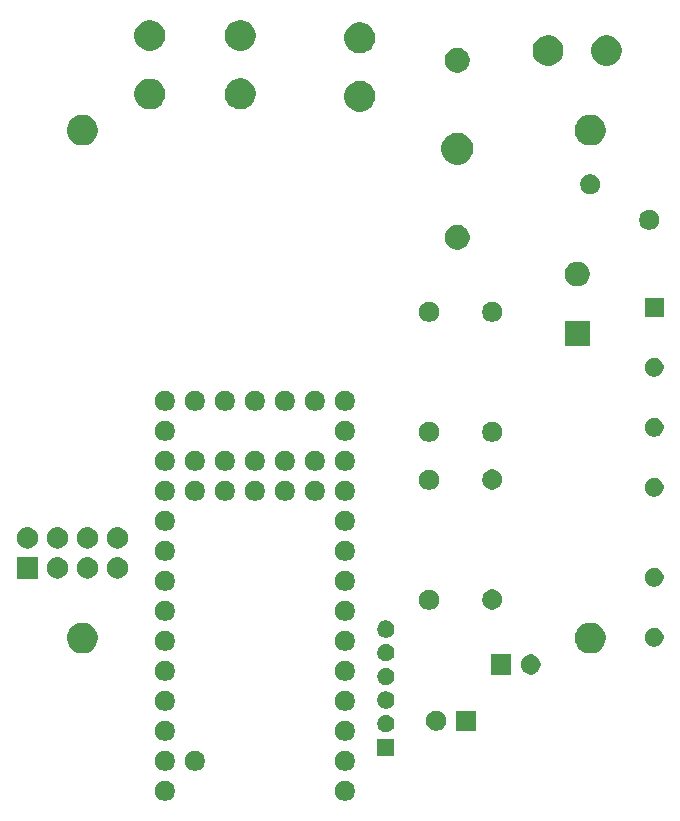
<source format=gbr>
G04 #@! TF.GenerationSoftware,KiCad,Pcbnew,(5.1.5)-3*
G04 #@! TF.CreationDate,2021-03-20T13:22:13+01:00*
G04 #@! TF.ProjectId,ACS71020_complete_teensy,41435337-3130-4323-905f-636f6d706c65,rev?*
G04 #@! TF.SameCoordinates,Original*
G04 #@! TF.FileFunction,Soldermask,Bot*
G04 #@! TF.FilePolarity,Negative*
%FSLAX46Y46*%
G04 Gerber Fmt 4.6, Leading zero omitted, Abs format (unit mm)*
G04 Created by KiCad (PCBNEW (5.1.5)-3) date 2021-03-20 13:22:13*
%MOMM*%
%LPD*%
G04 APERTURE LIST*
%ADD10C,0.100000*%
G04 APERTURE END LIST*
D10*
G36*
X96768228Y-186125703D02*
G01*
X96923100Y-186189853D01*
X97062481Y-186282985D01*
X97181015Y-186401519D01*
X97274147Y-186540900D01*
X97338297Y-186695772D01*
X97371000Y-186860184D01*
X97371000Y-187027816D01*
X97338297Y-187192228D01*
X97274147Y-187347100D01*
X97181015Y-187486481D01*
X97062481Y-187605015D01*
X96923100Y-187698147D01*
X96768228Y-187762297D01*
X96603816Y-187795000D01*
X96436184Y-187795000D01*
X96271772Y-187762297D01*
X96116900Y-187698147D01*
X95977519Y-187605015D01*
X95858985Y-187486481D01*
X95765853Y-187347100D01*
X95701703Y-187192228D01*
X95669000Y-187027816D01*
X95669000Y-186860184D01*
X95701703Y-186695772D01*
X95765853Y-186540900D01*
X95858985Y-186401519D01*
X95977519Y-186282985D01*
X96116900Y-186189853D01*
X96271772Y-186125703D01*
X96436184Y-186093000D01*
X96603816Y-186093000D01*
X96768228Y-186125703D01*
G37*
G36*
X81528228Y-186125703D02*
G01*
X81683100Y-186189853D01*
X81822481Y-186282985D01*
X81941015Y-186401519D01*
X82034147Y-186540900D01*
X82098297Y-186695772D01*
X82131000Y-186860184D01*
X82131000Y-187027816D01*
X82098297Y-187192228D01*
X82034147Y-187347100D01*
X81941015Y-187486481D01*
X81822481Y-187605015D01*
X81683100Y-187698147D01*
X81528228Y-187762297D01*
X81363816Y-187795000D01*
X81196184Y-187795000D01*
X81031772Y-187762297D01*
X80876900Y-187698147D01*
X80737519Y-187605015D01*
X80618985Y-187486481D01*
X80525853Y-187347100D01*
X80461703Y-187192228D01*
X80429000Y-187027816D01*
X80429000Y-186860184D01*
X80461703Y-186695772D01*
X80525853Y-186540900D01*
X80618985Y-186401519D01*
X80737519Y-186282985D01*
X80876900Y-186189853D01*
X81031772Y-186125703D01*
X81196184Y-186093000D01*
X81363816Y-186093000D01*
X81528228Y-186125703D01*
G37*
G36*
X84068228Y-183585703D02*
G01*
X84223100Y-183649853D01*
X84362481Y-183742985D01*
X84481015Y-183861519D01*
X84574147Y-184000900D01*
X84638297Y-184155772D01*
X84671000Y-184320184D01*
X84671000Y-184487816D01*
X84638297Y-184652228D01*
X84574147Y-184807100D01*
X84481015Y-184946481D01*
X84362481Y-185065015D01*
X84223100Y-185158147D01*
X84068228Y-185222297D01*
X83903816Y-185255000D01*
X83736184Y-185255000D01*
X83571772Y-185222297D01*
X83416900Y-185158147D01*
X83277519Y-185065015D01*
X83158985Y-184946481D01*
X83065853Y-184807100D01*
X83001703Y-184652228D01*
X82969000Y-184487816D01*
X82969000Y-184320184D01*
X83001703Y-184155772D01*
X83065853Y-184000900D01*
X83158985Y-183861519D01*
X83277519Y-183742985D01*
X83416900Y-183649853D01*
X83571772Y-183585703D01*
X83736184Y-183553000D01*
X83903816Y-183553000D01*
X84068228Y-183585703D01*
G37*
G36*
X96768228Y-183585703D02*
G01*
X96923100Y-183649853D01*
X97062481Y-183742985D01*
X97181015Y-183861519D01*
X97274147Y-184000900D01*
X97338297Y-184155772D01*
X97371000Y-184320184D01*
X97371000Y-184487816D01*
X97338297Y-184652228D01*
X97274147Y-184807100D01*
X97181015Y-184946481D01*
X97062481Y-185065015D01*
X96923100Y-185158147D01*
X96768228Y-185222297D01*
X96603816Y-185255000D01*
X96436184Y-185255000D01*
X96271772Y-185222297D01*
X96116900Y-185158147D01*
X95977519Y-185065015D01*
X95858985Y-184946481D01*
X95765853Y-184807100D01*
X95701703Y-184652228D01*
X95669000Y-184487816D01*
X95669000Y-184320184D01*
X95701703Y-184155772D01*
X95765853Y-184000900D01*
X95858985Y-183861519D01*
X95977519Y-183742985D01*
X96116900Y-183649853D01*
X96271772Y-183585703D01*
X96436184Y-183553000D01*
X96603816Y-183553000D01*
X96768228Y-183585703D01*
G37*
G36*
X81528228Y-183585703D02*
G01*
X81683100Y-183649853D01*
X81822481Y-183742985D01*
X81941015Y-183861519D01*
X82034147Y-184000900D01*
X82098297Y-184155772D01*
X82131000Y-184320184D01*
X82131000Y-184487816D01*
X82098297Y-184652228D01*
X82034147Y-184807100D01*
X81941015Y-184946481D01*
X81822481Y-185065015D01*
X81683100Y-185158147D01*
X81528228Y-185222297D01*
X81363816Y-185255000D01*
X81196184Y-185255000D01*
X81031772Y-185222297D01*
X80876900Y-185158147D01*
X80737519Y-185065015D01*
X80618985Y-184946481D01*
X80525853Y-184807100D01*
X80461703Y-184652228D01*
X80429000Y-184487816D01*
X80429000Y-184320184D01*
X80461703Y-184155772D01*
X80525853Y-184000900D01*
X80618985Y-183861519D01*
X80737519Y-183742985D01*
X80876900Y-183649853D01*
X81031772Y-183585703D01*
X81196184Y-183553000D01*
X81363816Y-183553000D01*
X81528228Y-183585703D01*
G37*
G36*
X100726000Y-183976000D02*
G01*
X99274000Y-183976000D01*
X99274000Y-182524000D01*
X100726000Y-182524000D01*
X100726000Y-183976000D01*
G37*
G36*
X81528228Y-181045703D02*
G01*
X81683100Y-181109853D01*
X81822481Y-181202985D01*
X81941015Y-181321519D01*
X82034147Y-181460900D01*
X82098297Y-181615772D01*
X82131000Y-181780184D01*
X82131000Y-181947816D01*
X82098297Y-182112228D01*
X82034147Y-182267100D01*
X81941015Y-182406481D01*
X81822481Y-182525015D01*
X81683100Y-182618147D01*
X81528228Y-182682297D01*
X81363816Y-182715000D01*
X81196184Y-182715000D01*
X81031772Y-182682297D01*
X80876900Y-182618147D01*
X80737519Y-182525015D01*
X80618985Y-182406481D01*
X80525853Y-182267100D01*
X80461703Y-182112228D01*
X80429000Y-181947816D01*
X80429000Y-181780184D01*
X80461703Y-181615772D01*
X80525853Y-181460900D01*
X80618985Y-181321519D01*
X80737519Y-181202985D01*
X80876900Y-181109853D01*
X81031772Y-181045703D01*
X81196184Y-181013000D01*
X81363816Y-181013000D01*
X81528228Y-181045703D01*
G37*
G36*
X96768228Y-181045703D02*
G01*
X96923100Y-181109853D01*
X97062481Y-181202985D01*
X97181015Y-181321519D01*
X97274147Y-181460900D01*
X97338297Y-181615772D01*
X97371000Y-181780184D01*
X97371000Y-181947816D01*
X97338297Y-182112228D01*
X97274147Y-182267100D01*
X97181015Y-182406481D01*
X97062481Y-182525015D01*
X96923100Y-182618147D01*
X96768228Y-182682297D01*
X96603816Y-182715000D01*
X96436184Y-182715000D01*
X96271772Y-182682297D01*
X96116900Y-182618147D01*
X95977519Y-182525015D01*
X95858985Y-182406481D01*
X95765853Y-182267100D01*
X95701703Y-182112228D01*
X95669000Y-181947816D01*
X95669000Y-181780184D01*
X95701703Y-181615772D01*
X95765853Y-181460900D01*
X95858985Y-181321519D01*
X95977519Y-181202985D01*
X96116900Y-181109853D01*
X96271772Y-181045703D01*
X96436184Y-181013000D01*
X96603816Y-181013000D01*
X96768228Y-181045703D01*
G37*
G36*
X100211766Y-180551899D02*
G01*
X100343888Y-180606626D01*
X100343890Y-180606627D01*
X100462798Y-180686079D01*
X100563921Y-180787202D01*
X100563922Y-180787204D01*
X100643374Y-180906112D01*
X100698101Y-181038234D01*
X100726000Y-181178494D01*
X100726000Y-181321506D01*
X100698101Y-181461766D01*
X100643374Y-181593888D01*
X100643373Y-181593890D01*
X100563921Y-181712798D01*
X100462798Y-181813921D01*
X100343890Y-181893373D01*
X100343889Y-181893374D01*
X100343888Y-181893374D01*
X100211766Y-181948101D01*
X100071506Y-181976000D01*
X99928494Y-181976000D01*
X99788234Y-181948101D01*
X99656112Y-181893374D01*
X99656111Y-181893374D01*
X99656110Y-181893373D01*
X99537202Y-181813921D01*
X99436079Y-181712798D01*
X99356627Y-181593890D01*
X99356626Y-181593888D01*
X99301899Y-181461766D01*
X99274000Y-181321506D01*
X99274000Y-181178494D01*
X99301899Y-181038234D01*
X99356626Y-180906112D01*
X99436078Y-180787204D01*
X99436079Y-180787202D01*
X99537202Y-180686079D01*
X99656110Y-180606627D01*
X99656112Y-180606626D01*
X99788234Y-180551899D01*
X99928494Y-180524000D01*
X100071506Y-180524000D01*
X100211766Y-180551899D01*
G37*
G36*
X104498228Y-180181703D02*
G01*
X104653100Y-180245853D01*
X104792481Y-180338985D01*
X104911015Y-180457519D01*
X105004147Y-180596900D01*
X105068297Y-180751772D01*
X105101000Y-180916184D01*
X105101000Y-181083816D01*
X105068297Y-181248228D01*
X105004147Y-181403100D01*
X104911015Y-181542481D01*
X104792481Y-181661015D01*
X104653100Y-181754147D01*
X104498228Y-181818297D01*
X104333816Y-181851000D01*
X104166184Y-181851000D01*
X104001772Y-181818297D01*
X103846900Y-181754147D01*
X103707519Y-181661015D01*
X103588985Y-181542481D01*
X103495853Y-181403100D01*
X103431703Y-181248228D01*
X103399000Y-181083816D01*
X103399000Y-180916184D01*
X103431703Y-180751772D01*
X103495853Y-180596900D01*
X103588985Y-180457519D01*
X103707519Y-180338985D01*
X103846900Y-180245853D01*
X104001772Y-180181703D01*
X104166184Y-180149000D01*
X104333816Y-180149000D01*
X104498228Y-180181703D01*
G37*
G36*
X107601000Y-181851000D02*
G01*
X105899000Y-181851000D01*
X105899000Y-180149000D01*
X107601000Y-180149000D01*
X107601000Y-181851000D01*
G37*
G36*
X81528228Y-178505703D02*
G01*
X81683100Y-178569853D01*
X81822481Y-178662985D01*
X81941015Y-178781519D01*
X82034147Y-178920900D01*
X82098297Y-179075772D01*
X82131000Y-179240184D01*
X82131000Y-179407816D01*
X82098297Y-179572228D01*
X82034147Y-179727100D01*
X81941015Y-179866481D01*
X81822481Y-179985015D01*
X81683100Y-180078147D01*
X81528228Y-180142297D01*
X81363816Y-180175000D01*
X81196184Y-180175000D01*
X81031772Y-180142297D01*
X80876900Y-180078147D01*
X80737519Y-179985015D01*
X80618985Y-179866481D01*
X80525853Y-179727100D01*
X80461703Y-179572228D01*
X80429000Y-179407816D01*
X80429000Y-179240184D01*
X80461703Y-179075772D01*
X80525853Y-178920900D01*
X80618985Y-178781519D01*
X80737519Y-178662985D01*
X80876900Y-178569853D01*
X81031772Y-178505703D01*
X81196184Y-178473000D01*
X81363816Y-178473000D01*
X81528228Y-178505703D01*
G37*
G36*
X96768228Y-178505703D02*
G01*
X96923100Y-178569853D01*
X97062481Y-178662985D01*
X97181015Y-178781519D01*
X97274147Y-178920900D01*
X97338297Y-179075772D01*
X97371000Y-179240184D01*
X97371000Y-179407816D01*
X97338297Y-179572228D01*
X97274147Y-179727100D01*
X97181015Y-179866481D01*
X97062481Y-179985015D01*
X96923100Y-180078147D01*
X96768228Y-180142297D01*
X96603816Y-180175000D01*
X96436184Y-180175000D01*
X96271772Y-180142297D01*
X96116900Y-180078147D01*
X95977519Y-179985015D01*
X95858985Y-179866481D01*
X95765853Y-179727100D01*
X95701703Y-179572228D01*
X95669000Y-179407816D01*
X95669000Y-179240184D01*
X95701703Y-179075772D01*
X95765853Y-178920900D01*
X95858985Y-178781519D01*
X95977519Y-178662985D01*
X96116900Y-178569853D01*
X96271772Y-178505703D01*
X96436184Y-178473000D01*
X96603816Y-178473000D01*
X96768228Y-178505703D01*
G37*
G36*
X100211766Y-178551899D02*
G01*
X100343888Y-178606626D01*
X100343890Y-178606627D01*
X100462798Y-178686079D01*
X100563921Y-178787202D01*
X100563922Y-178787204D01*
X100643374Y-178906112D01*
X100698101Y-179038234D01*
X100726000Y-179178494D01*
X100726000Y-179321506D01*
X100698101Y-179461766D01*
X100652346Y-179572228D01*
X100643373Y-179593890D01*
X100563921Y-179712798D01*
X100462798Y-179813921D01*
X100343890Y-179893373D01*
X100343889Y-179893374D01*
X100343888Y-179893374D01*
X100211766Y-179948101D01*
X100071506Y-179976000D01*
X99928494Y-179976000D01*
X99788234Y-179948101D01*
X99656112Y-179893374D01*
X99656111Y-179893374D01*
X99656110Y-179893373D01*
X99537202Y-179813921D01*
X99436079Y-179712798D01*
X99356627Y-179593890D01*
X99347654Y-179572228D01*
X99301899Y-179461766D01*
X99274000Y-179321506D01*
X99274000Y-179178494D01*
X99301899Y-179038234D01*
X99356626Y-178906112D01*
X99436078Y-178787204D01*
X99436079Y-178787202D01*
X99537202Y-178686079D01*
X99656110Y-178606627D01*
X99656112Y-178606626D01*
X99788234Y-178551899D01*
X99928494Y-178524000D01*
X100071506Y-178524000D01*
X100211766Y-178551899D01*
G37*
G36*
X100211766Y-176551899D02*
G01*
X100343888Y-176606626D01*
X100343890Y-176606627D01*
X100462798Y-176686079D01*
X100563921Y-176787202D01*
X100643373Y-176906110D01*
X100643374Y-176906112D01*
X100698101Y-177038234D01*
X100726000Y-177178494D01*
X100726000Y-177321506D01*
X100698101Y-177461766D01*
X100666462Y-177538148D01*
X100643373Y-177593890D01*
X100563921Y-177712798D01*
X100462798Y-177813921D01*
X100343890Y-177893373D01*
X100343889Y-177893374D01*
X100343888Y-177893374D01*
X100211766Y-177948101D01*
X100071506Y-177976000D01*
X99928494Y-177976000D01*
X99788234Y-177948101D01*
X99656112Y-177893374D01*
X99656111Y-177893374D01*
X99656110Y-177893373D01*
X99537202Y-177813921D01*
X99436079Y-177712798D01*
X99356627Y-177593890D01*
X99333538Y-177538148D01*
X99301899Y-177461766D01*
X99274000Y-177321506D01*
X99274000Y-177178494D01*
X99301899Y-177038234D01*
X99356626Y-176906112D01*
X99356627Y-176906110D01*
X99436079Y-176787202D01*
X99537202Y-176686079D01*
X99656110Y-176606627D01*
X99656112Y-176606626D01*
X99788234Y-176551899D01*
X99928494Y-176524000D01*
X100071506Y-176524000D01*
X100211766Y-176551899D01*
G37*
G36*
X96768228Y-175965703D02*
G01*
X96923100Y-176029853D01*
X97062481Y-176122985D01*
X97181015Y-176241519D01*
X97274147Y-176380900D01*
X97338297Y-176535772D01*
X97371000Y-176700184D01*
X97371000Y-176867816D01*
X97338297Y-177032228D01*
X97274147Y-177187100D01*
X97181015Y-177326481D01*
X97062481Y-177445015D01*
X96923100Y-177538147D01*
X96768228Y-177602297D01*
X96603816Y-177635000D01*
X96436184Y-177635000D01*
X96271772Y-177602297D01*
X96116900Y-177538147D01*
X95977519Y-177445015D01*
X95858985Y-177326481D01*
X95765853Y-177187100D01*
X95701703Y-177032228D01*
X95669000Y-176867816D01*
X95669000Y-176700184D01*
X95701703Y-176535772D01*
X95765853Y-176380900D01*
X95858985Y-176241519D01*
X95977519Y-176122985D01*
X96116900Y-176029853D01*
X96271772Y-175965703D01*
X96436184Y-175933000D01*
X96603816Y-175933000D01*
X96768228Y-175965703D01*
G37*
G36*
X81528228Y-175965703D02*
G01*
X81683100Y-176029853D01*
X81822481Y-176122985D01*
X81941015Y-176241519D01*
X82034147Y-176380900D01*
X82098297Y-176535772D01*
X82131000Y-176700184D01*
X82131000Y-176867816D01*
X82098297Y-177032228D01*
X82034147Y-177187100D01*
X81941015Y-177326481D01*
X81822481Y-177445015D01*
X81683100Y-177538147D01*
X81528228Y-177602297D01*
X81363816Y-177635000D01*
X81196184Y-177635000D01*
X81031772Y-177602297D01*
X80876900Y-177538147D01*
X80737519Y-177445015D01*
X80618985Y-177326481D01*
X80525853Y-177187100D01*
X80461703Y-177032228D01*
X80429000Y-176867816D01*
X80429000Y-176700184D01*
X80461703Y-176535772D01*
X80525853Y-176380900D01*
X80618985Y-176241519D01*
X80737519Y-176122985D01*
X80876900Y-176029853D01*
X81031772Y-175965703D01*
X81196184Y-175933000D01*
X81363816Y-175933000D01*
X81528228Y-175965703D01*
G37*
G36*
X112498228Y-175431703D02*
G01*
X112653100Y-175495853D01*
X112792481Y-175588985D01*
X112911015Y-175707519D01*
X113004147Y-175846900D01*
X113068297Y-176001772D01*
X113101000Y-176166184D01*
X113101000Y-176333816D01*
X113068297Y-176498228D01*
X113004147Y-176653100D01*
X112911015Y-176792481D01*
X112792481Y-176911015D01*
X112653100Y-177004147D01*
X112498228Y-177068297D01*
X112333816Y-177101000D01*
X112166184Y-177101000D01*
X112001772Y-177068297D01*
X111846900Y-177004147D01*
X111707519Y-176911015D01*
X111588985Y-176792481D01*
X111495853Y-176653100D01*
X111431703Y-176498228D01*
X111399000Y-176333816D01*
X111399000Y-176166184D01*
X111431703Y-176001772D01*
X111495853Y-175846900D01*
X111588985Y-175707519D01*
X111707519Y-175588985D01*
X111846900Y-175495853D01*
X112001772Y-175431703D01*
X112166184Y-175399000D01*
X112333816Y-175399000D01*
X112498228Y-175431703D01*
G37*
G36*
X110601000Y-177101000D02*
G01*
X108899000Y-177101000D01*
X108899000Y-175399000D01*
X110601000Y-175399000D01*
X110601000Y-177101000D01*
G37*
G36*
X100211766Y-174551899D02*
G01*
X100343888Y-174606626D01*
X100343890Y-174606627D01*
X100462798Y-174686079D01*
X100563921Y-174787202D01*
X100563922Y-174787204D01*
X100643374Y-174906112D01*
X100698101Y-175038234D01*
X100726000Y-175178494D01*
X100726000Y-175321506D01*
X100698101Y-175461766D01*
X100645405Y-175588985D01*
X100643373Y-175593890D01*
X100563921Y-175712798D01*
X100462798Y-175813921D01*
X100343890Y-175893373D01*
X100343889Y-175893374D01*
X100343888Y-175893374D01*
X100211766Y-175948101D01*
X100071506Y-175976000D01*
X99928494Y-175976000D01*
X99788234Y-175948101D01*
X99656112Y-175893374D01*
X99656111Y-175893374D01*
X99656110Y-175893373D01*
X99537202Y-175813921D01*
X99436079Y-175712798D01*
X99356627Y-175593890D01*
X99354595Y-175588985D01*
X99301899Y-175461766D01*
X99274000Y-175321506D01*
X99274000Y-175178494D01*
X99301899Y-175038234D01*
X99356626Y-174906112D01*
X99436078Y-174787204D01*
X99436079Y-174787202D01*
X99537202Y-174686079D01*
X99656110Y-174606627D01*
X99656112Y-174606626D01*
X99788234Y-174551899D01*
X99928494Y-174524000D01*
X100071506Y-174524000D01*
X100211766Y-174551899D01*
G37*
G36*
X74679487Y-172748996D02*
G01*
X74916253Y-172847068D01*
X74916255Y-172847069D01*
X75129339Y-172989447D01*
X75310553Y-173170661D01*
X75411344Y-173321505D01*
X75452932Y-173383747D01*
X75551004Y-173620513D01*
X75601000Y-173871861D01*
X75601000Y-174128139D01*
X75551004Y-174379487D01*
X75456919Y-174606627D01*
X75452931Y-174616255D01*
X75310553Y-174829339D01*
X75129339Y-175010553D01*
X74916255Y-175152931D01*
X74916254Y-175152932D01*
X74916253Y-175152932D01*
X74679487Y-175251004D01*
X74428139Y-175301000D01*
X74171861Y-175301000D01*
X73920513Y-175251004D01*
X73683747Y-175152932D01*
X73683746Y-175152932D01*
X73683745Y-175152931D01*
X73470661Y-175010553D01*
X73289447Y-174829339D01*
X73147069Y-174616255D01*
X73143081Y-174606627D01*
X73048996Y-174379487D01*
X72999000Y-174128139D01*
X72999000Y-173871861D01*
X73048996Y-173620513D01*
X73147068Y-173383747D01*
X73188657Y-173321505D01*
X73289447Y-173170661D01*
X73470661Y-172989447D01*
X73683745Y-172847069D01*
X73683747Y-172847068D01*
X73920513Y-172748996D01*
X74171861Y-172699000D01*
X74428139Y-172699000D01*
X74679487Y-172748996D01*
G37*
G36*
X117679487Y-172748996D02*
G01*
X117916253Y-172847068D01*
X117916255Y-172847069D01*
X118129339Y-172989447D01*
X118310553Y-173170661D01*
X118411344Y-173321505D01*
X118452932Y-173383747D01*
X118551004Y-173620513D01*
X118601000Y-173871861D01*
X118601000Y-174128139D01*
X118551004Y-174379487D01*
X118456919Y-174606627D01*
X118452931Y-174616255D01*
X118310553Y-174829339D01*
X118129339Y-175010553D01*
X117916255Y-175152931D01*
X117916254Y-175152932D01*
X117916253Y-175152932D01*
X117679487Y-175251004D01*
X117428139Y-175301000D01*
X117171861Y-175301000D01*
X116920513Y-175251004D01*
X116683747Y-175152932D01*
X116683746Y-175152932D01*
X116683745Y-175152931D01*
X116470661Y-175010553D01*
X116289447Y-174829339D01*
X116147069Y-174616255D01*
X116143081Y-174606627D01*
X116048996Y-174379487D01*
X115999000Y-174128139D01*
X115999000Y-173871861D01*
X116048996Y-173620513D01*
X116147068Y-173383747D01*
X116188657Y-173321505D01*
X116289447Y-173170661D01*
X116470661Y-172989447D01*
X116683745Y-172847069D01*
X116683747Y-172847068D01*
X116920513Y-172748996D01*
X117171861Y-172699000D01*
X117428139Y-172699000D01*
X117679487Y-172748996D01*
G37*
G36*
X96768228Y-173425703D02*
G01*
X96923100Y-173489853D01*
X97062481Y-173582985D01*
X97181015Y-173701519D01*
X97274147Y-173840900D01*
X97338297Y-173995772D01*
X97371000Y-174160184D01*
X97371000Y-174327816D01*
X97338297Y-174492228D01*
X97274147Y-174647100D01*
X97181015Y-174786481D01*
X97062481Y-174905015D01*
X96923100Y-174998147D01*
X96768228Y-175062297D01*
X96603816Y-175095000D01*
X96436184Y-175095000D01*
X96271772Y-175062297D01*
X96116900Y-174998147D01*
X95977519Y-174905015D01*
X95858985Y-174786481D01*
X95765853Y-174647100D01*
X95701703Y-174492228D01*
X95669000Y-174327816D01*
X95669000Y-174160184D01*
X95701703Y-173995772D01*
X95765853Y-173840900D01*
X95858985Y-173701519D01*
X95977519Y-173582985D01*
X96116900Y-173489853D01*
X96271772Y-173425703D01*
X96436184Y-173393000D01*
X96603816Y-173393000D01*
X96768228Y-173425703D01*
G37*
G36*
X81528228Y-173425703D02*
G01*
X81683100Y-173489853D01*
X81822481Y-173582985D01*
X81941015Y-173701519D01*
X82034147Y-173840900D01*
X82098297Y-173995772D01*
X82131000Y-174160184D01*
X82131000Y-174327816D01*
X82098297Y-174492228D01*
X82034147Y-174647100D01*
X81941015Y-174786481D01*
X81822481Y-174905015D01*
X81683100Y-174998147D01*
X81528228Y-175062297D01*
X81363816Y-175095000D01*
X81196184Y-175095000D01*
X81031772Y-175062297D01*
X80876900Y-174998147D01*
X80737519Y-174905015D01*
X80618985Y-174786481D01*
X80525853Y-174647100D01*
X80461703Y-174492228D01*
X80429000Y-174327816D01*
X80429000Y-174160184D01*
X80461703Y-173995772D01*
X80525853Y-173840900D01*
X80618985Y-173701519D01*
X80737519Y-173582985D01*
X80876900Y-173489853D01*
X81031772Y-173425703D01*
X81196184Y-173393000D01*
X81363816Y-173393000D01*
X81528228Y-173425703D01*
G37*
G36*
X122934810Y-173165935D02*
G01*
X123081309Y-173226617D01*
X123081310Y-173226618D01*
X123213158Y-173314716D01*
X123325284Y-173426842D01*
X123325285Y-173426844D01*
X123413383Y-173558691D01*
X123474065Y-173705190D01*
X123505000Y-173860713D01*
X123505000Y-174019287D01*
X123474065Y-174174810D01*
X123413383Y-174321309D01*
X123409035Y-174327816D01*
X123325284Y-174453158D01*
X123213158Y-174565284D01*
X123151285Y-174606626D01*
X123081309Y-174653383D01*
X122934810Y-174714065D01*
X122779287Y-174745000D01*
X122620713Y-174745000D01*
X122465190Y-174714065D01*
X122318691Y-174653383D01*
X122248715Y-174606626D01*
X122186842Y-174565284D01*
X122074716Y-174453158D01*
X121990965Y-174327816D01*
X121986617Y-174321309D01*
X121925935Y-174174810D01*
X121895000Y-174019287D01*
X121895000Y-173860713D01*
X121925935Y-173705190D01*
X121986617Y-173558691D01*
X122074715Y-173426844D01*
X122074716Y-173426842D01*
X122186842Y-173314716D01*
X122318690Y-173226618D01*
X122318691Y-173226617D01*
X122465190Y-173165935D01*
X122620713Y-173135000D01*
X122779287Y-173135000D01*
X122934810Y-173165935D01*
G37*
G36*
X100211766Y-172551899D02*
G01*
X100343888Y-172606626D01*
X100343890Y-172606627D01*
X100462798Y-172686079D01*
X100563921Y-172787202D01*
X100563922Y-172787204D01*
X100643374Y-172906112D01*
X100698101Y-173038234D01*
X100726000Y-173178494D01*
X100726000Y-173321506D01*
X100698101Y-173461766D01*
X100657953Y-173558691D01*
X100643373Y-173593890D01*
X100563921Y-173712798D01*
X100462798Y-173813921D01*
X100343890Y-173893373D01*
X100343889Y-173893374D01*
X100343888Y-173893374D01*
X100211766Y-173948101D01*
X100071506Y-173976000D01*
X99928494Y-173976000D01*
X99788234Y-173948101D01*
X99656112Y-173893374D01*
X99656111Y-173893374D01*
X99656110Y-173893373D01*
X99537202Y-173813921D01*
X99436079Y-173712798D01*
X99356627Y-173593890D01*
X99342047Y-173558691D01*
X99301899Y-173461766D01*
X99274000Y-173321506D01*
X99274000Y-173178494D01*
X99301899Y-173038234D01*
X99356626Y-172906112D01*
X99436078Y-172787204D01*
X99436079Y-172787202D01*
X99537202Y-172686079D01*
X99656110Y-172606627D01*
X99656112Y-172606626D01*
X99788234Y-172551899D01*
X99928494Y-172524000D01*
X100071506Y-172524000D01*
X100211766Y-172551899D01*
G37*
G36*
X96768228Y-170885703D02*
G01*
X96923100Y-170949853D01*
X97062481Y-171042985D01*
X97181015Y-171161519D01*
X97274147Y-171300900D01*
X97338297Y-171455772D01*
X97371000Y-171620184D01*
X97371000Y-171787816D01*
X97338297Y-171952228D01*
X97274147Y-172107100D01*
X97181015Y-172246481D01*
X97062481Y-172365015D01*
X96923100Y-172458147D01*
X96768228Y-172522297D01*
X96603816Y-172555000D01*
X96436184Y-172555000D01*
X96271772Y-172522297D01*
X96116900Y-172458147D01*
X95977519Y-172365015D01*
X95858985Y-172246481D01*
X95765853Y-172107100D01*
X95701703Y-171952228D01*
X95669000Y-171787816D01*
X95669000Y-171620184D01*
X95701703Y-171455772D01*
X95765853Y-171300900D01*
X95858985Y-171161519D01*
X95977519Y-171042985D01*
X96116900Y-170949853D01*
X96271772Y-170885703D01*
X96436184Y-170853000D01*
X96603816Y-170853000D01*
X96768228Y-170885703D01*
G37*
G36*
X81528228Y-170885703D02*
G01*
X81683100Y-170949853D01*
X81822481Y-171042985D01*
X81941015Y-171161519D01*
X82034147Y-171300900D01*
X82098297Y-171455772D01*
X82131000Y-171620184D01*
X82131000Y-171787816D01*
X82098297Y-171952228D01*
X82034147Y-172107100D01*
X81941015Y-172246481D01*
X81822481Y-172365015D01*
X81683100Y-172458147D01*
X81528228Y-172522297D01*
X81363816Y-172555000D01*
X81196184Y-172555000D01*
X81031772Y-172522297D01*
X80876900Y-172458147D01*
X80737519Y-172365015D01*
X80618985Y-172246481D01*
X80525853Y-172107100D01*
X80461703Y-171952228D01*
X80429000Y-171787816D01*
X80429000Y-171620184D01*
X80461703Y-171455772D01*
X80525853Y-171300900D01*
X80618985Y-171161519D01*
X80737519Y-171042985D01*
X80876900Y-170949853D01*
X81031772Y-170885703D01*
X81196184Y-170853000D01*
X81363816Y-170853000D01*
X81528228Y-170885703D01*
G37*
G36*
X103908228Y-169954703D02*
G01*
X104063100Y-170018853D01*
X104202481Y-170111985D01*
X104321015Y-170230519D01*
X104414147Y-170369900D01*
X104478297Y-170524772D01*
X104511000Y-170689184D01*
X104511000Y-170856816D01*
X104478297Y-171021228D01*
X104414147Y-171176100D01*
X104321015Y-171315481D01*
X104202481Y-171434015D01*
X104063100Y-171527147D01*
X103908228Y-171591297D01*
X103743816Y-171624000D01*
X103576184Y-171624000D01*
X103411772Y-171591297D01*
X103256900Y-171527147D01*
X103117519Y-171434015D01*
X102998985Y-171315481D01*
X102905853Y-171176100D01*
X102841703Y-171021228D01*
X102809000Y-170856816D01*
X102809000Y-170689184D01*
X102841703Y-170524772D01*
X102905853Y-170369900D01*
X102998985Y-170230519D01*
X103117519Y-170111985D01*
X103256900Y-170018853D01*
X103411772Y-169954703D01*
X103576184Y-169922000D01*
X103743816Y-169922000D01*
X103908228Y-169954703D01*
G37*
G36*
X109248228Y-169931703D02*
G01*
X109403100Y-169995853D01*
X109542481Y-170088985D01*
X109661015Y-170207519D01*
X109754147Y-170346900D01*
X109818297Y-170501772D01*
X109851000Y-170666184D01*
X109851000Y-170833816D01*
X109818297Y-170998228D01*
X109754147Y-171153100D01*
X109661015Y-171292481D01*
X109542481Y-171411015D01*
X109403100Y-171504147D01*
X109248228Y-171568297D01*
X109083816Y-171601000D01*
X108916184Y-171601000D01*
X108751772Y-171568297D01*
X108596900Y-171504147D01*
X108457519Y-171411015D01*
X108338985Y-171292481D01*
X108245853Y-171153100D01*
X108181703Y-170998228D01*
X108149000Y-170833816D01*
X108149000Y-170666184D01*
X108181703Y-170501772D01*
X108245853Y-170346900D01*
X108338985Y-170207519D01*
X108457519Y-170088985D01*
X108596900Y-169995853D01*
X108751772Y-169931703D01*
X108916184Y-169899000D01*
X109083816Y-169899000D01*
X109248228Y-169931703D01*
G37*
G36*
X96768228Y-168345703D02*
G01*
X96923100Y-168409853D01*
X97062481Y-168502985D01*
X97181015Y-168621519D01*
X97274147Y-168760900D01*
X97338297Y-168915772D01*
X97371000Y-169080184D01*
X97371000Y-169247816D01*
X97338297Y-169412228D01*
X97274147Y-169567100D01*
X97181015Y-169706481D01*
X97062481Y-169825015D01*
X96923100Y-169918147D01*
X96768228Y-169982297D01*
X96603816Y-170015000D01*
X96436184Y-170015000D01*
X96271772Y-169982297D01*
X96116900Y-169918147D01*
X95977519Y-169825015D01*
X95858985Y-169706481D01*
X95765853Y-169567100D01*
X95701703Y-169412228D01*
X95669000Y-169247816D01*
X95669000Y-169080184D01*
X95701703Y-168915772D01*
X95765853Y-168760900D01*
X95858985Y-168621519D01*
X95977519Y-168502985D01*
X96116900Y-168409853D01*
X96271772Y-168345703D01*
X96436184Y-168313000D01*
X96603816Y-168313000D01*
X96768228Y-168345703D01*
G37*
G36*
X81528228Y-168345703D02*
G01*
X81683100Y-168409853D01*
X81822481Y-168502985D01*
X81941015Y-168621519D01*
X82034147Y-168760900D01*
X82098297Y-168915772D01*
X82131000Y-169080184D01*
X82131000Y-169247816D01*
X82098297Y-169412228D01*
X82034147Y-169567100D01*
X81941015Y-169706481D01*
X81822481Y-169825015D01*
X81683100Y-169918147D01*
X81528228Y-169982297D01*
X81363816Y-170015000D01*
X81196184Y-170015000D01*
X81031772Y-169982297D01*
X80876900Y-169918147D01*
X80737519Y-169825015D01*
X80618985Y-169706481D01*
X80525853Y-169567100D01*
X80461703Y-169412228D01*
X80429000Y-169247816D01*
X80429000Y-169080184D01*
X80461703Y-168915772D01*
X80525853Y-168760900D01*
X80618985Y-168621519D01*
X80737519Y-168502985D01*
X80876900Y-168409853D01*
X81031772Y-168345703D01*
X81196184Y-168313000D01*
X81363816Y-168313000D01*
X81528228Y-168345703D01*
G37*
G36*
X122934810Y-168085935D02*
G01*
X123081309Y-168146617D01*
X123099455Y-168158742D01*
X123213158Y-168234716D01*
X123325284Y-168346842D01*
X123325285Y-168346844D01*
X123413383Y-168478691D01*
X123474065Y-168625190D01*
X123505000Y-168780713D01*
X123505000Y-168939287D01*
X123474065Y-169094810D01*
X123413383Y-169241309D01*
X123409035Y-169247816D01*
X123325284Y-169373158D01*
X123213158Y-169485284D01*
X123146785Y-169529633D01*
X123081309Y-169573383D01*
X122934810Y-169634065D01*
X122779287Y-169665000D01*
X122620713Y-169665000D01*
X122465190Y-169634065D01*
X122318691Y-169573383D01*
X122253215Y-169529633D01*
X122186842Y-169485284D01*
X122074716Y-169373158D01*
X121990965Y-169247816D01*
X121986617Y-169241309D01*
X121925935Y-169094810D01*
X121895000Y-168939287D01*
X121895000Y-168780713D01*
X121925935Y-168625190D01*
X121986617Y-168478691D01*
X122074715Y-168346844D01*
X122074716Y-168346842D01*
X122186842Y-168234716D01*
X122300545Y-168158742D01*
X122318691Y-168146617D01*
X122465190Y-168085935D01*
X122620713Y-168055000D01*
X122779287Y-168055000D01*
X122934810Y-168085935D01*
G37*
G36*
X77383512Y-167173927D02*
G01*
X77532812Y-167203624D01*
X77696784Y-167271544D01*
X77844354Y-167370147D01*
X77969853Y-167495646D01*
X78068456Y-167643216D01*
X78136376Y-167807188D01*
X78171000Y-167981259D01*
X78171000Y-168158741D01*
X78136376Y-168332812D01*
X78068456Y-168496784D01*
X77969853Y-168644354D01*
X77844354Y-168769853D01*
X77696784Y-168868456D01*
X77532812Y-168936376D01*
X77383512Y-168966073D01*
X77358742Y-168971000D01*
X77181258Y-168971000D01*
X77156488Y-168966073D01*
X77007188Y-168936376D01*
X76843216Y-168868456D01*
X76695646Y-168769853D01*
X76570147Y-168644354D01*
X76471544Y-168496784D01*
X76403624Y-168332812D01*
X76369000Y-168158741D01*
X76369000Y-167981259D01*
X76403624Y-167807188D01*
X76471544Y-167643216D01*
X76570147Y-167495646D01*
X76695646Y-167370147D01*
X76843216Y-167271544D01*
X77007188Y-167203624D01*
X77156488Y-167173927D01*
X77181258Y-167169000D01*
X77358742Y-167169000D01*
X77383512Y-167173927D01*
G37*
G36*
X74843512Y-167173927D02*
G01*
X74992812Y-167203624D01*
X75156784Y-167271544D01*
X75304354Y-167370147D01*
X75429853Y-167495646D01*
X75528456Y-167643216D01*
X75596376Y-167807188D01*
X75631000Y-167981259D01*
X75631000Y-168158741D01*
X75596376Y-168332812D01*
X75528456Y-168496784D01*
X75429853Y-168644354D01*
X75304354Y-168769853D01*
X75156784Y-168868456D01*
X74992812Y-168936376D01*
X74843512Y-168966073D01*
X74818742Y-168971000D01*
X74641258Y-168971000D01*
X74616488Y-168966073D01*
X74467188Y-168936376D01*
X74303216Y-168868456D01*
X74155646Y-168769853D01*
X74030147Y-168644354D01*
X73931544Y-168496784D01*
X73863624Y-168332812D01*
X73829000Y-168158741D01*
X73829000Y-167981259D01*
X73863624Y-167807188D01*
X73931544Y-167643216D01*
X74030147Y-167495646D01*
X74155646Y-167370147D01*
X74303216Y-167271544D01*
X74467188Y-167203624D01*
X74616488Y-167173927D01*
X74641258Y-167169000D01*
X74818742Y-167169000D01*
X74843512Y-167173927D01*
G37*
G36*
X72303512Y-167173927D02*
G01*
X72452812Y-167203624D01*
X72616784Y-167271544D01*
X72764354Y-167370147D01*
X72889853Y-167495646D01*
X72988456Y-167643216D01*
X73056376Y-167807188D01*
X73091000Y-167981259D01*
X73091000Y-168158741D01*
X73056376Y-168332812D01*
X72988456Y-168496784D01*
X72889853Y-168644354D01*
X72764354Y-168769853D01*
X72616784Y-168868456D01*
X72452812Y-168936376D01*
X72303512Y-168966073D01*
X72278742Y-168971000D01*
X72101258Y-168971000D01*
X72076488Y-168966073D01*
X71927188Y-168936376D01*
X71763216Y-168868456D01*
X71615646Y-168769853D01*
X71490147Y-168644354D01*
X71391544Y-168496784D01*
X71323624Y-168332812D01*
X71289000Y-168158741D01*
X71289000Y-167981259D01*
X71323624Y-167807188D01*
X71391544Y-167643216D01*
X71490147Y-167495646D01*
X71615646Y-167370147D01*
X71763216Y-167271544D01*
X71927188Y-167203624D01*
X72076488Y-167173927D01*
X72101258Y-167169000D01*
X72278742Y-167169000D01*
X72303512Y-167173927D01*
G37*
G36*
X70551000Y-168971000D02*
G01*
X68749000Y-168971000D01*
X68749000Y-167169000D01*
X70551000Y-167169000D01*
X70551000Y-168971000D01*
G37*
G36*
X81528228Y-165805703D02*
G01*
X81683100Y-165869853D01*
X81822481Y-165962985D01*
X81941015Y-166081519D01*
X82034147Y-166220900D01*
X82098297Y-166375772D01*
X82131000Y-166540184D01*
X82131000Y-166707816D01*
X82098297Y-166872228D01*
X82034147Y-167027100D01*
X81941015Y-167166481D01*
X81822481Y-167285015D01*
X81683100Y-167378147D01*
X81528228Y-167442297D01*
X81363816Y-167475000D01*
X81196184Y-167475000D01*
X81031772Y-167442297D01*
X80876900Y-167378147D01*
X80737519Y-167285015D01*
X80618985Y-167166481D01*
X80525853Y-167027100D01*
X80461703Y-166872228D01*
X80429000Y-166707816D01*
X80429000Y-166540184D01*
X80461703Y-166375772D01*
X80525853Y-166220900D01*
X80618985Y-166081519D01*
X80737519Y-165962985D01*
X80876900Y-165869853D01*
X81031772Y-165805703D01*
X81196184Y-165773000D01*
X81363816Y-165773000D01*
X81528228Y-165805703D01*
G37*
G36*
X96768228Y-165805703D02*
G01*
X96923100Y-165869853D01*
X97062481Y-165962985D01*
X97181015Y-166081519D01*
X97274147Y-166220900D01*
X97338297Y-166375772D01*
X97371000Y-166540184D01*
X97371000Y-166707816D01*
X97338297Y-166872228D01*
X97274147Y-167027100D01*
X97181015Y-167166481D01*
X97062481Y-167285015D01*
X96923100Y-167378147D01*
X96768228Y-167442297D01*
X96603816Y-167475000D01*
X96436184Y-167475000D01*
X96271772Y-167442297D01*
X96116900Y-167378147D01*
X95977519Y-167285015D01*
X95858985Y-167166481D01*
X95765853Y-167027100D01*
X95701703Y-166872228D01*
X95669000Y-166707816D01*
X95669000Y-166540184D01*
X95701703Y-166375772D01*
X95765853Y-166220900D01*
X95858985Y-166081519D01*
X95977519Y-165962985D01*
X96116900Y-165869853D01*
X96271772Y-165805703D01*
X96436184Y-165773000D01*
X96603816Y-165773000D01*
X96768228Y-165805703D01*
G37*
G36*
X74843512Y-164633927D02*
G01*
X74992812Y-164663624D01*
X75156784Y-164731544D01*
X75304354Y-164830147D01*
X75429853Y-164955646D01*
X75528456Y-165103216D01*
X75596376Y-165267188D01*
X75631000Y-165441259D01*
X75631000Y-165618741D01*
X75596376Y-165792812D01*
X75528456Y-165956784D01*
X75429853Y-166104354D01*
X75304354Y-166229853D01*
X75156784Y-166328456D01*
X74992812Y-166396376D01*
X74843512Y-166426073D01*
X74818742Y-166431000D01*
X74641258Y-166431000D01*
X74616488Y-166426073D01*
X74467188Y-166396376D01*
X74303216Y-166328456D01*
X74155646Y-166229853D01*
X74030147Y-166104354D01*
X73931544Y-165956784D01*
X73863624Y-165792812D01*
X73829000Y-165618741D01*
X73829000Y-165441259D01*
X73863624Y-165267188D01*
X73931544Y-165103216D01*
X74030147Y-164955646D01*
X74155646Y-164830147D01*
X74303216Y-164731544D01*
X74467188Y-164663624D01*
X74616488Y-164633927D01*
X74641258Y-164629000D01*
X74818742Y-164629000D01*
X74843512Y-164633927D01*
G37*
G36*
X69763512Y-164633927D02*
G01*
X69912812Y-164663624D01*
X70076784Y-164731544D01*
X70224354Y-164830147D01*
X70349853Y-164955646D01*
X70448456Y-165103216D01*
X70516376Y-165267188D01*
X70551000Y-165441259D01*
X70551000Y-165618741D01*
X70516376Y-165792812D01*
X70448456Y-165956784D01*
X70349853Y-166104354D01*
X70224354Y-166229853D01*
X70076784Y-166328456D01*
X69912812Y-166396376D01*
X69763512Y-166426073D01*
X69738742Y-166431000D01*
X69561258Y-166431000D01*
X69536488Y-166426073D01*
X69387188Y-166396376D01*
X69223216Y-166328456D01*
X69075646Y-166229853D01*
X68950147Y-166104354D01*
X68851544Y-165956784D01*
X68783624Y-165792812D01*
X68749000Y-165618741D01*
X68749000Y-165441259D01*
X68783624Y-165267188D01*
X68851544Y-165103216D01*
X68950147Y-164955646D01*
X69075646Y-164830147D01*
X69223216Y-164731544D01*
X69387188Y-164663624D01*
X69536488Y-164633927D01*
X69561258Y-164629000D01*
X69738742Y-164629000D01*
X69763512Y-164633927D01*
G37*
G36*
X77383512Y-164633927D02*
G01*
X77532812Y-164663624D01*
X77696784Y-164731544D01*
X77844354Y-164830147D01*
X77969853Y-164955646D01*
X78068456Y-165103216D01*
X78136376Y-165267188D01*
X78171000Y-165441259D01*
X78171000Y-165618741D01*
X78136376Y-165792812D01*
X78068456Y-165956784D01*
X77969853Y-166104354D01*
X77844354Y-166229853D01*
X77696784Y-166328456D01*
X77532812Y-166396376D01*
X77383512Y-166426073D01*
X77358742Y-166431000D01*
X77181258Y-166431000D01*
X77156488Y-166426073D01*
X77007188Y-166396376D01*
X76843216Y-166328456D01*
X76695646Y-166229853D01*
X76570147Y-166104354D01*
X76471544Y-165956784D01*
X76403624Y-165792812D01*
X76369000Y-165618741D01*
X76369000Y-165441259D01*
X76403624Y-165267188D01*
X76471544Y-165103216D01*
X76570147Y-164955646D01*
X76695646Y-164830147D01*
X76843216Y-164731544D01*
X77007188Y-164663624D01*
X77156488Y-164633927D01*
X77181258Y-164629000D01*
X77358742Y-164629000D01*
X77383512Y-164633927D01*
G37*
G36*
X72303512Y-164633927D02*
G01*
X72452812Y-164663624D01*
X72616784Y-164731544D01*
X72764354Y-164830147D01*
X72889853Y-164955646D01*
X72988456Y-165103216D01*
X73056376Y-165267188D01*
X73091000Y-165441259D01*
X73091000Y-165618741D01*
X73056376Y-165792812D01*
X72988456Y-165956784D01*
X72889853Y-166104354D01*
X72764354Y-166229853D01*
X72616784Y-166328456D01*
X72452812Y-166396376D01*
X72303512Y-166426073D01*
X72278742Y-166431000D01*
X72101258Y-166431000D01*
X72076488Y-166426073D01*
X71927188Y-166396376D01*
X71763216Y-166328456D01*
X71615646Y-166229853D01*
X71490147Y-166104354D01*
X71391544Y-165956784D01*
X71323624Y-165792812D01*
X71289000Y-165618741D01*
X71289000Y-165441259D01*
X71323624Y-165267188D01*
X71391544Y-165103216D01*
X71490147Y-164955646D01*
X71615646Y-164830147D01*
X71763216Y-164731544D01*
X71927188Y-164663624D01*
X72076488Y-164633927D01*
X72101258Y-164629000D01*
X72278742Y-164629000D01*
X72303512Y-164633927D01*
G37*
G36*
X81528228Y-163265703D02*
G01*
X81683100Y-163329853D01*
X81822481Y-163422985D01*
X81941015Y-163541519D01*
X82034147Y-163680900D01*
X82098297Y-163835772D01*
X82131000Y-164000184D01*
X82131000Y-164167816D01*
X82098297Y-164332228D01*
X82034147Y-164487100D01*
X81941015Y-164626481D01*
X81822481Y-164745015D01*
X81683100Y-164838147D01*
X81528228Y-164902297D01*
X81363816Y-164935000D01*
X81196184Y-164935000D01*
X81031772Y-164902297D01*
X80876900Y-164838147D01*
X80737519Y-164745015D01*
X80618985Y-164626481D01*
X80525853Y-164487100D01*
X80461703Y-164332228D01*
X80429000Y-164167816D01*
X80429000Y-164000184D01*
X80461703Y-163835772D01*
X80525853Y-163680900D01*
X80618985Y-163541519D01*
X80737519Y-163422985D01*
X80876900Y-163329853D01*
X81031772Y-163265703D01*
X81196184Y-163233000D01*
X81363816Y-163233000D01*
X81528228Y-163265703D01*
G37*
G36*
X96768228Y-163265703D02*
G01*
X96923100Y-163329853D01*
X97062481Y-163422985D01*
X97181015Y-163541519D01*
X97274147Y-163680900D01*
X97338297Y-163835772D01*
X97371000Y-164000184D01*
X97371000Y-164167816D01*
X97338297Y-164332228D01*
X97274147Y-164487100D01*
X97181015Y-164626481D01*
X97062481Y-164745015D01*
X96923100Y-164838147D01*
X96768228Y-164902297D01*
X96603816Y-164935000D01*
X96436184Y-164935000D01*
X96271772Y-164902297D01*
X96116900Y-164838147D01*
X95977519Y-164745015D01*
X95858985Y-164626481D01*
X95765853Y-164487100D01*
X95701703Y-164332228D01*
X95669000Y-164167816D01*
X95669000Y-164000184D01*
X95701703Y-163835772D01*
X95765853Y-163680900D01*
X95858985Y-163541519D01*
X95977519Y-163422985D01*
X96116900Y-163329853D01*
X96271772Y-163265703D01*
X96436184Y-163233000D01*
X96603816Y-163233000D01*
X96768228Y-163265703D01*
G37*
G36*
X84068228Y-160725703D02*
G01*
X84223100Y-160789853D01*
X84362481Y-160882985D01*
X84481015Y-161001519D01*
X84574147Y-161140900D01*
X84638297Y-161295772D01*
X84671000Y-161460184D01*
X84671000Y-161627816D01*
X84638297Y-161792228D01*
X84574147Y-161947100D01*
X84481015Y-162086481D01*
X84362481Y-162205015D01*
X84223100Y-162298147D01*
X84068228Y-162362297D01*
X83903816Y-162395000D01*
X83736184Y-162395000D01*
X83571772Y-162362297D01*
X83416900Y-162298147D01*
X83277519Y-162205015D01*
X83158985Y-162086481D01*
X83065853Y-161947100D01*
X83001703Y-161792228D01*
X82969000Y-161627816D01*
X82969000Y-161460184D01*
X83001703Y-161295772D01*
X83065853Y-161140900D01*
X83158985Y-161001519D01*
X83277519Y-160882985D01*
X83416900Y-160789853D01*
X83571772Y-160725703D01*
X83736184Y-160693000D01*
X83903816Y-160693000D01*
X84068228Y-160725703D01*
G37*
G36*
X86608228Y-160725703D02*
G01*
X86763100Y-160789853D01*
X86902481Y-160882985D01*
X87021015Y-161001519D01*
X87114147Y-161140900D01*
X87178297Y-161295772D01*
X87211000Y-161460184D01*
X87211000Y-161627816D01*
X87178297Y-161792228D01*
X87114147Y-161947100D01*
X87021015Y-162086481D01*
X86902481Y-162205015D01*
X86763100Y-162298147D01*
X86608228Y-162362297D01*
X86443816Y-162395000D01*
X86276184Y-162395000D01*
X86111772Y-162362297D01*
X85956900Y-162298147D01*
X85817519Y-162205015D01*
X85698985Y-162086481D01*
X85605853Y-161947100D01*
X85541703Y-161792228D01*
X85509000Y-161627816D01*
X85509000Y-161460184D01*
X85541703Y-161295772D01*
X85605853Y-161140900D01*
X85698985Y-161001519D01*
X85817519Y-160882985D01*
X85956900Y-160789853D01*
X86111772Y-160725703D01*
X86276184Y-160693000D01*
X86443816Y-160693000D01*
X86608228Y-160725703D01*
G37*
G36*
X91688228Y-160725703D02*
G01*
X91843100Y-160789853D01*
X91982481Y-160882985D01*
X92101015Y-161001519D01*
X92194147Y-161140900D01*
X92258297Y-161295772D01*
X92291000Y-161460184D01*
X92291000Y-161627816D01*
X92258297Y-161792228D01*
X92194147Y-161947100D01*
X92101015Y-162086481D01*
X91982481Y-162205015D01*
X91843100Y-162298147D01*
X91688228Y-162362297D01*
X91523816Y-162395000D01*
X91356184Y-162395000D01*
X91191772Y-162362297D01*
X91036900Y-162298147D01*
X90897519Y-162205015D01*
X90778985Y-162086481D01*
X90685853Y-161947100D01*
X90621703Y-161792228D01*
X90589000Y-161627816D01*
X90589000Y-161460184D01*
X90621703Y-161295772D01*
X90685853Y-161140900D01*
X90778985Y-161001519D01*
X90897519Y-160882985D01*
X91036900Y-160789853D01*
X91191772Y-160725703D01*
X91356184Y-160693000D01*
X91523816Y-160693000D01*
X91688228Y-160725703D01*
G37*
G36*
X81528228Y-160725703D02*
G01*
X81683100Y-160789853D01*
X81822481Y-160882985D01*
X81941015Y-161001519D01*
X82034147Y-161140900D01*
X82098297Y-161295772D01*
X82131000Y-161460184D01*
X82131000Y-161627816D01*
X82098297Y-161792228D01*
X82034147Y-161947100D01*
X81941015Y-162086481D01*
X81822481Y-162205015D01*
X81683100Y-162298147D01*
X81528228Y-162362297D01*
X81363816Y-162395000D01*
X81196184Y-162395000D01*
X81031772Y-162362297D01*
X80876900Y-162298147D01*
X80737519Y-162205015D01*
X80618985Y-162086481D01*
X80525853Y-161947100D01*
X80461703Y-161792228D01*
X80429000Y-161627816D01*
X80429000Y-161460184D01*
X80461703Y-161295772D01*
X80525853Y-161140900D01*
X80618985Y-161001519D01*
X80737519Y-160882985D01*
X80876900Y-160789853D01*
X81031772Y-160725703D01*
X81196184Y-160693000D01*
X81363816Y-160693000D01*
X81528228Y-160725703D01*
G37*
G36*
X94228228Y-160725703D02*
G01*
X94383100Y-160789853D01*
X94522481Y-160882985D01*
X94641015Y-161001519D01*
X94734147Y-161140900D01*
X94798297Y-161295772D01*
X94831000Y-161460184D01*
X94831000Y-161627816D01*
X94798297Y-161792228D01*
X94734147Y-161947100D01*
X94641015Y-162086481D01*
X94522481Y-162205015D01*
X94383100Y-162298147D01*
X94228228Y-162362297D01*
X94063816Y-162395000D01*
X93896184Y-162395000D01*
X93731772Y-162362297D01*
X93576900Y-162298147D01*
X93437519Y-162205015D01*
X93318985Y-162086481D01*
X93225853Y-161947100D01*
X93161703Y-161792228D01*
X93129000Y-161627816D01*
X93129000Y-161460184D01*
X93161703Y-161295772D01*
X93225853Y-161140900D01*
X93318985Y-161001519D01*
X93437519Y-160882985D01*
X93576900Y-160789853D01*
X93731772Y-160725703D01*
X93896184Y-160693000D01*
X94063816Y-160693000D01*
X94228228Y-160725703D01*
G37*
G36*
X96768228Y-160725703D02*
G01*
X96923100Y-160789853D01*
X97062481Y-160882985D01*
X97181015Y-161001519D01*
X97274147Y-161140900D01*
X97338297Y-161295772D01*
X97371000Y-161460184D01*
X97371000Y-161627816D01*
X97338297Y-161792228D01*
X97274147Y-161947100D01*
X97181015Y-162086481D01*
X97062481Y-162205015D01*
X96923100Y-162298147D01*
X96768228Y-162362297D01*
X96603816Y-162395000D01*
X96436184Y-162395000D01*
X96271772Y-162362297D01*
X96116900Y-162298147D01*
X95977519Y-162205015D01*
X95858985Y-162086481D01*
X95765853Y-161947100D01*
X95701703Y-161792228D01*
X95669000Y-161627816D01*
X95669000Y-161460184D01*
X95701703Y-161295772D01*
X95765853Y-161140900D01*
X95858985Y-161001519D01*
X95977519Y-160882985D01*
X96116900Y-160789853D01*
X96271772Y-160725703D01*
X96436184Y-160693000D01*
X96603816Y-160693000D01*
X96768228Y-160725703D01*
G37*
G36*
X89148228Y-160725703D02*
G01*
X89303100Y-160789853D01*
X89442481Y-160882985D01*
X89561015Y-161001519D01*
X89654147Y-161140900D01*
X89718297Y-161295772D01*
X89751000Y-161460184D01*
X89751000Y-161627816D01*
X89718297Y-161792228D01*
X89654147Y-161947100D01*
X89561015Y-162086481D01*
X89442481Y-162205015D01*
X89303100Y-162298147D01*
X89148228Y-162362297D01*
X88983816Y-162395000D01*
X88816184Y-162395000D01*
X88651772Y-162362297D01*
X88496900Y-162298147D01*
X88357519Y-162205015D01*
X88238985Y-162086481D01*
X88145853Y-161947100D01*
X88081703Y-161792228D01*
X88049000Y-161627816D01*
X88049000Y-161460184D01*
X88081703Y-161295772D01*
X88145853Y-161140900D01*
X88238985Y-161001519D01*
X88357519Y-160882985D01*
X88496900Y-160789853D01*
X88651772Y-160725703D01*
X88816184Y-160693000D01*
X88983816Y-160693000D01*
X89148228Y-160725703D01*
G37*
G36*
X122934810Y-160465935D02*
G01*
X123081309Y-160526617D01*
X123085152Y-160529185D01*
X123213158Y-160614716D01*
X123325284Y-160726842D01*
X123325285Y-160726844D01*
X123413383Y-160858691D01*
X123474065Y-161005190D01*
X123505000Y-161160713D01*
X123505000Y-161319287D01*
X123474065Y-161474810D01*
X123413383Y-161621309D01*
X123409035Y-161627816D01*
X123325284Y-161753158D01*
X123213158Y-161865284D01*
X123146785Y-161909633D01*
X123081309Y-161953383D01*
X122934810Y-162014065D01*
X122779287Y-162045000D01*
X122620713Y-162045000D01*
X122465190Y-162014065D01*
X122318691Y-161953383D01*
X122253215Y-161909633D01*
X122186842Y-161865284D01*
X122074716Y-161753158D01*
X121990965Y-161627816D01*
X121986617Y-161621309D01*
X121925935Y-161474810D01*
X121895000Y-161319287D01*
X121895000Y-161160713D01*
X121925935Y-161005190D01*
X121986617Y-160858691D01*
X122074715Y-160726844D01*
X122074716Y-160726842D01*
X122186842Y-160614716D01*
X122314848Y-160529185D01*
X122318691Y-160526617D01*
X122465190Y-160465935D01*
X122620713Y-160435000D01*
X122779287Y-160435000D01*
X122934810Y-160465935D01*
G37*
G36*
X103908228Y-159794703D02*
G01*
X104063100Y-159858853D01*
X104202481Y-159951985D01*
X104321015Y-160070519D01*
X104414147Y-160209900D01*
X104478297Y-160364772D01*
X104511000Y-160529184D01*
X104511000Y-160696816D01*
X104478297Y-160861228D01*
X104414147Y-161016100D01*
X104321015Y-161155481D01*
X104202481Y-161274015D01*
X104063100Y-161367147D01*
X103908228Y-161431297D01*
X103743816Y-161464000D01*
X103576184Y-161464000D01*
X103411772Y-161431297D01*
X103256900Y-161367147D01*
X103117519Y-161274015D01*
X102998985Y-161155481D01*
X102905853Y-161016100D01*
X102841703Y-160861228D01*
X102809000Y-160696816D01*
X102809000Y-160529184D01*
X102841703Y-160364772D01*
X102905853Y-160209900D01*
X102998985Y-160070519D01*
X103117519Y-159951985D01*
X103256900Y-159858853D01*
X103411772Y-159794703D01*
X103576184Y-159762000D01*
X103743816Y-159762000D01*
X103908228Y-159794703D01*
G37*
G36*
X109248228Y-159771703D02*
G01*
X109403100Y-159835853D01*
X109542481Y-159928985D01*
X109661015Y-160047519D01*
X109754147Y-160186900D01*
X109818297Y-160341772D01*
X109851000Y-160506184D01*
X109851000Y-160673816D01*
X109818297Y-160838228D01*
X109754147Y-160993100D01*
X109661015Y-161132481D01*
X109542481Y-161251015D01*
X109403100Y-161344147D01*
X109248228Y-161408297D01*
X109083816Y-161441000D01*
X108916184Y-161441000D01*
X108751772Y-161408297D01*
X108596900Y-161344147D01*
X108457519Y-161251015D01*
X108338985Y-161132481D01*
X108245853Y-160993100D01*
X108181703Y-160838228D01*
X108149000Y-160673816D01*
X108149000Y-160506184D01*
X108181703Y-160341772D01*
X108245853Y-160186900D01*
X108338985Y-160047519D01*
X108457519Y-159928985D01*
X108596900Y-159835853D01*
X108751772Y-159771703D01*
X108916184Y-159739000D01*
X109083816Y-159739000D01*
X109248228Y-159771703D01*
G37*
G36*
X86608228Y-158185703D02*
G01*
X86763100Y-158249853D01*
X86902481Y-158342985D01*
X87021015Y-158461519D01*
X87114147Y-158600900D01*
X87178297Y-158755772D01*
X87211000Y-158920184D01*
X87211000Y-159087816D01*
X87178297Y-159252228D01*
X87114147Y-159407100D01*
X87021015Y-159546481D01*
X86902481Y-159665015D01*
X86763100Y-159758147D01*
X86608228Y-159822297D01*
X86443816Y-159855000D01*
X86276184Y-159855000D01*
X86111772Y-159822297D01*
X85956900Y-159758147D01*
X85817519Y-159665015D01*
X85698985Y-159546481D01*
X85605853Y-159407100D01*
X85541703Y-159252228D01*
X85509000Y-159087816D01*
X85509000Y-158920184D01*
X85541703Y-158755772D01*
X85605853Y-158600900D01*
X85698985Y-158461519D01*
X85817519Y-158342985D01*
X85956900Y-158249853D01*
X86111772Y-158185703D01*
X86276184Y-158153000D01*
X86443816Y-158153000D01*
X86608228Y-158185703D01*
G37*
G36*
X94228228Y-158185703D02*
G01*
X94383100Y-158249853D01*
X94522481Y-158342985D01*
X94641015Y-158461519D01*
X94734147Y-158600900D01*
X94798297Y-158755772D01*
X94831000Y-158920184D01*
X94831000Y-159087816D01*
X94798297Y-159252228D01*
X94734147Y-159407100D01*
X94641015Y-159546481D01*
X94522481Y-159665015D01*
X94383100Y-159758147D01*
X94228228Y-159822297D01*
X94063816Y-159855000D01*
X93896184Y-159855000D01*
X93731772Y-159822297D01*
X93576900Y-159758147D01*
X93437519Y-159665015D01*
X93318985Y-159546481D01*
X93225853Y-159407100D01*
X93161703Y-159252228D01*
X93129000Y-159087816D01*
X93129000Y-158920184D01*
X93161703Y-158755772D01*
X93225853Y-158600900D01*
X93318985Y-158461519D01*
X93437519Y-158342985D01*
X93576900Y-158249853D01*
X93731772Y-158185703D01*
X93896184Y-158153000D01*
X94063816Y-158153000D01*
X94228228Y-158185703D01*
G37*
G36*
X89148228Y-158185703D02*
G01*
X89303100Y-158249853D01*
X89442481Y-158342985D01*
X89561015Y-158461519D01*
X89654147Y-158600900D01*
X89718297Y-158755772D01*
X89751000Y-158920184D01*
X89751000Y-159087816D01*
X89718297Y-159252228D01*
X89654147Y-159407100D01*
X89561015Y-159546481D01*
X89442481Y-159665015D01*
X89303100Y-159758147D01*
X89148228Y-159822297D01*
X88983816Y-159855000D01*
X88816184Y-159855000D01*
X88651772Y-159822297D01*
X88496900Y-159758147D01*
X88357519Y-159665015D01*
X88238985Y-159546481D01*
X88145853Y-159407100D01*
X88081703Y-159252228D01*
X88049000Y-159087816D01*
X88049000Y-158920184D01*
X88081703Y-158755772D01*
X88145853Y-158600900D01*
X88238985Y-158461519D01*
X88357519Y-158342985D01*
X88496900Y-158249853D01*
X88651772Y-158185703D01*
X88816184Y-158153000D01*
X88983816Y-158153000D01*
X89148228Y-158185703D01*
G37*
G36*
X81528228Y-158185703D02*
G01*
X81683100Y-158249853D01*
X81822481Y-158342985D01*
X81941015Y-158461519D01*
X82034147Y-158600900D01*
X82098297Y-158755772D01*
X82131000Y-158920184D01*
X82131000Y-159087816D01*
X82098297Y-159252228D01*
X82034147Y-159407100D01*
X81941015Y-159546481D01*
X81822481Y-159665015D01*
X81683100Y-159758147D01*
X81528228Y-159822297D01*
X81363816Y-159855000D01*
X81196184Y-159855000D01*
X81031772Y-159822297D01*
X80876900Y-159758147D01*
X80737519Y-159665015D01*
X80618985Y-159546481D01*
X80525853Y-159407100D01*
X80461703Y-159252228D01*
X80429000Y-159087816D01*
X80429000Y-158920184D01*
X80461703Y-158755772D01*
X80525853Y-158600900D01*
X80618985Y-158461519D01*
X80737519Y-158342985D01*
X80876900Y-158249853D01*
X81031772Y-158185703D01*
X81196184Y-158153000D01*
X81363816Y-158153000D01*
X81528228Y-158185703D01*
G37*
G36*
X96768228Y-158185703D02*
G01*
X96923100Y-158249853D01*
X97062481Y-158342985D01*
X97181015Y-158461519D01*
X97274147Y-158600900D01*
X97338297Y-158755772D01*
X97371000Y-158920184D01*
X97371000Y-159087816D01*
X97338297Y-159252228D01*
X97274147Y-159407100D01*
X97181015Y-159546481D01*
X97062481Y-159665015D01*
X96923100Y-159758147D01*
X96768228Y-159822297D01*
X96603816Y-159855000D01*
X96436184Y-159855000D01*
X96271772Y-159822297D01*
X96116900Y-159758147D01*
X95977519Y-159665015D01*
X95858985Y-159546481D01*
X95765853Y-159407100D01*
X95701703Y-159252228D01*
X95669000Y-159087816D01*
X95669000Y-158920184D01*
X95701703Y-158755772D01*
X95765853Y-158600900D01*
X95858985Y-158461519D01*
X95977519Y-158342985D01*
X96116900Y-158249853D01*
X96271772Y-158185703D01*
X96436184Y-158153000D01*
X96603816Y-158153000D01*
X96768228Y-158185703D01*
G37*
G36*
X84068228Y-158185703D02*
G01*
X84223100Y-158249853D01*
X84362481Y-158342985D01*
X84481015Y-158461519D01*
X84574147Y-158600900D01*
X84638297Y-158755772D01*
X84671000Y-158920184D01*
X84671000Y-159087816D01*
X84638297Y-159252228D01*
X84574147Y-159407100D01*
X84481015Y-159546481D01*
X84362481Y-159665015D01*
X84223100Y-159758147D01*
X84068228Y-159822297D01*
X83903816Y-159855000D01*
X83736184Y-159855000D01*
X83571772Y-159822297D01*
X83416900Y-159758147D01*
X83277519Y-159665015D01*
X83158985Y-159546481D01*
X83065853Y-159407100D01*
X83001703Y-159252228D01*
X82969000Y-159087816D01*
X82969000Y-158920184D01*
X83001703Y-158755772D01*
X83065853Y-158600900D01*
X83158985Y-158461519D01*
X83277519Y-158342985D01*
X83416900Y-158249853D01*
X83571772Y-158185703D01*
X83736184Y-158153000D01*
X83903816Y-158153000D01*
X84068228Y-158185703D01*
G37*
G36*
X91688228Y-158185703D02*
G01*
X91843100Y-158249853D01*
X91982481Y-158342985D01*
X92101015Y-158461519D01*
X92194147Y-158600900D01*
X92258297Y-158755772D01*
X92291000Y-158920184D01*
X92291000Y-159087816D01*
X92258297Y-159252228D01*
X92194147Y-159407100D01*
X92101015Y-159546481D01*
X91982481Y-159665015D01*
X91843100Y-159758147D01*
X91688228Y-159822297D01*
X91523816Y-159855000D01*
X91356184Y-159855000D01*
X91191772Y-159822297D01*
X91036900Y-159758147D01*
X90897519Y-159665015D01*
X90778985Y-159546481D01*
X90685853Y-159407100D01*
X90621703Y-159252228D01*
X90589000Y-159087816D01*
X90589000Y-158920184D01*
X90621703Y-158755772D01*
X90685853Y-158600900D01*
X90778985Y-158461519D01*
X90897519Y-158342985D01*
X91036900Y-158249853D01*
X91191772Y-158185703D01*
X91356184Y-158153000D01*
X91523816Y-158153000D01*
X91688228Y-158185703D01*
G37*
G36*
X103908228Y-155730703D02*
G01*
X104063100Y-155794853D01*
X104202481Y-155887985D01*
X104321015Y-156006519D01*
X104414147Y-156145900D01*
X104478297Y-156300772D01*
X104511000Y-156465184D01*
X104511000Y-156632816D01*
X104478297Y-156797228D01*
X104414147Y-156952100D01*
X104321015Y-157091481D01*
X104202481Y-157210015D01*
X104063100Y-157303147D01*
X103908228Y-157367297D01*
X103743816Y-157400000D01*
X103576184Y-157400000D01*
X103411772Y-157367297D01*
X103256900Y-157303147D01*
X103117519Y-157210015D01*
X102998985Y-157091481D01*
X102905853Y-156952100D01*
X102841703Y-156797228D01*
X102809000Y-156632816D01*
X102809000Y-156465184D01*
X102841703Y-156300772D01*
X102905853Y-156145900D01*
X102998985Y-156006519D01*
X103117519Y-155887985D01*
X103256900Y-155794853D01*
X103411772Y-155730703D01*
X103576184Y-155698000D01*
X103743816Y-155698000D01*
X103908228Y-155730703D01*
G37*
G36*
X109248228Y-155730703D02*
G01*
X109403100Y-155794853D01*
X109542481Y-155887985D01*
X109661015Y-156006519D01*
X109754147Y-156145900D01*
X109818297Y-156300772D01*
X109851000Y-156465184D01*
X109851000Y-156632816D01*
X109818297Y-156797228D01*
X109754147Y-156952100D01*
X109661015Y-157091481D01*
X109542481Y-157210015D01*
X109403100Y-157303147D01*
X109248228Y-157367297D01*
X109083816Y-157400000D01*
X108916184Y-157400000D01*
X108751772Y-157367297D01*
X108596900Y-157303147D01*
X108457519Y-157210015D01*
X108338985Y-157091481D01*
X108245853Y-156952100D01*
X108181703Y-156797228D01*
X108149000Y-156632816D01*
X108149000Y-156465184D01*
X108181703Y-156300772D01*
X108245853Y-156145900D01*
X108338985Y-156006519D01*
X108457519Y-155887985D01*
X108596900Y-155794853D01*
X108751772Y-155730703D01*
X108916184Y-155698000D01*
X109083816Y-155698000D01*
X109248228Y-155730703D01*
G37*
G36*
X96768228Y-155645703D02*
G01*
X96923100Y-155709853D01*
X97062481Y-155802985D01*
X97181015Y-155921519D01*
X97274147Y-156060900D01*
X97338297Y-156215772D01*
X97371000Y-156380184D01*
X97371000Y-156547816D01*
X97338297Y-156712228D01*
X97274147Y-156867100D01*
X97181015Y-157006481D01*
X97062481Y-157125015D01*
X96923100Y-157218147D01*
X96768228Y-157282297D01*
X96603816Y-157315000D01*
X96436184Y-157315000D01*
X96271772Y-157282297D01*
X96116900Y-157218147D01*
X95977519Y-157125015D01*
X95858985Y-157006481D01*
X95765853Y-156867100D01*
X95701703Y-156712228D01*
X95669000Y-156547816D01*
X95669000Y-156380184D01*
X95701703Y-156215772D01*
X95765853Y-156060900D01*
X95858985Y-155921519D01*
X95977519Y-155802985D01*
X96116900Y-155709853D01*
X96271772Y-155645703D01*
X96436184Y-155613000D01*
X96603816Y-155613000D01*
X96768228Y-155645703D01*
G37*
G36*
X81528228Y-155645703D02*
G01*
X81683100Y-155709853D01*
X81822481Y-155802985D01*
X81941015Y-155921519D01*
X82034147Y-156060900D01*
X82098297Y-156215772D01*
X82131000Y-156380184D01*
X82131000Y-156547816D01*
X82098297Y-156712228D01*
X82034147Y-156867100D01*
X81941015Y-157006481D01*
X81822481Y-157125015D01*
X81683100Y-157218147D01*
X81528228Y-157282297D01*
X81363816Y-157315000D01*
X81196184Y-157315000D01*
X81031772Y-157282297D01*
X80876900Y-157218147D01*
X80737519Y-157125015D01*
X80618985Y-157006481D01*
X80525853Y-156867100D01*
X80461703Y-156712228D01*
X80429000Y-156547816D01*
X80429000Y-156380184D01*
X80461703Y-156215772D01*
X80525853Y-156060900D01*
X80618985Y-155921519D01*
X80737519Y-155802985D01*
X80876900Y-155709853D01*
X81031772Y-155645703D01*
X81196184Y-155613000D01*
X81363816Y-155613000D01*
X81528228Y-155645703D01*
G37*
G36*
X122934810Y-155385935D02*
G01*
X123081309Y-155446617D01*
X123081310Y-155446618D01*
X123213158Y-155534716D01*
X123325284Y-155646842D01*
X123325285Y-155646844D01*
X123413383Y-155778691D01*
X123474065Y-155925190D01*
X123505000Y-156080713D01*
X123505000Y-156239287D01*
X123474065Y-156394810D01*
X123413383Y-156541309D01*
X123409035Y-156547816D01*
X123325284Y-156673158D01*
X123213158Y-156785284D01*
X123195281Y-156797229D01*
X123081309Y-156873383D01*
X122934810Y-156934065D01*
X122779287Y-156965000D01*
X122620713Y-156965000D01*
X122465190Y-156934065D01*
X122318691Y-156873383D01*
X122204719Y-156797229D01*
X122186842Y-156785284D01*
X122074716Y-156673158D01*
X121990965Y-156547816D01*
X121986617Y-156541309D01*
X121925935Y-156394810D01*
X121895000Y-156239287D01*
X121895000Y-156080713D01*
X121925935Y-155925190D01*
X121986617Y-155778691D01*
X122074715Y-155646844D01*
X122074716Y-155646842D01*
X122186842Y-155534716D01*
X122318690Y-155446618D01*
X122318691Y-155446617D01*
X122465190Y-155385935D01*
X122620713Y-155355000D01*
X122779287Y-155355000D01*
X122934810Y-155385935D01*
G37*
G36*
X84068228Y-153105703D02*
G01*
X84223100Y-153169853D01*
X84362481Y-153262985D01*
X84481015Y-153381519D01*
X84574147Y-153520900D01*
X84638297Y-153675772D01*
X84671000Y-153840184D01*
X84671000Y-154007816D01*
X84638297Y-154172228D01*
X84574147Y-154327100D01*
X84481015Y-154466481D01*
X84362481Y-154585015D01*
X84223100Y-154678147D01*
X84068228Y-154742297D01*
X83903816Y-154775000D01*
X83736184Y-154775000D01*
X83571772Y-154742297D01*
X83416900Y-154678147D01*
X83277519Y-154585015D01*
X83158985Y-154466481D01*
X83065853Y-154327100D01*
X83001703Y-154172228D01*
X82969000Y-154007816D01*
X82969000Y-153840184D01*
X83001703Y-153675772D01*
X83065853Y-153520900D01*
X83158985Y-153381519D01*
X83277519Y-153262985D01*
X83416900Y-153169853D01*
X83571772Y-153105703D01*
X83736184Y-153073000D01*
X83903816Y-153073000D01*
X84068228Y-153105703D01*
G37*
G36*
X81528228Y-153105703D02*
G01*
X81683100Y-153169853D01*
X81822481Y-153262985D01*
X81941015Y-153381519D01*
X82034147Y-153520900D01*
X82098297Y-153675772D01*
X82131000Y-153840184D01*
X82131000Y-154007816D01*
X82098297Y-154172228D01*
X82034147Y-154327100D01*
X81941015Y-154466481D01*
X81822481Y-154585015D01*
X81683100Y-154678147D01*
X81528228Y-154742297D01*
X81363816Y-154775000D01*
X81196184Y-154775000D01*
X81031772Y-154742297D01*
X80876900Y-154678147D01*
X80737519Y-154585015D01*
X80618985Y-154466481D01*
X80525853Y-154327100D01*
X80461703Y-154172228D01*
X80429000Y-154007816D01*
X80429000Y-153840184D01*
X80461703Y-153675772D01*
X80525853Y-153520900D01*
X80618985Y-153381519D01*
X80737519Y-153262985D01*
X80876900Y-153169853D01*
X81031772Y-153105703D01*
X81196184Y-153073000D01*
X81363816Y-153073000D01*
X81528228Y-153105703D01*
G37*
G36*
X86608228Y-153105703D02*
G01*
X86763100Y-153169853D01*
X86902481Y-153262985D01*
X87021015Y-153381519D01*
X87114147Y-153520900D01*
X87178297Y-153675772D01*
X87211000Y-153840184D01*
X87211000Y-154007816D01*
X87178297Y-154172228D01*
X87114147Y-154327100D01*
X87021015Y-154466481D01*
X86902481Y-154585015D01*
X86763100Y-154678147D01*
X86608228Y-154742297D01*
X86443816Y-154775000D01*
X86276184Y-154775000D01*
X86111772Y-154742297D01*
X85956900Y-154678147D01*
X85817519Y-154585015D01*
X85698985Y-154466481D01*
X85605853Y-154327100D01*
X85541703Y-154172228D01*
X85509000Y-154007816D01*
X85509000Y-153840184D01*
X85541703Y-153675772D01*
X85605853Y-153520900D01*
X85698985Y-153381519D01*
X85817519Y-153262985D01*
X85956900Y-153169853D01*
X86111772Y-153105703D01*
X86276184Y-153073000D01*
X86443816Y-153073000D01*
X86608228Y-153105703D01*
G37*
G36*
X96768228Y-153105703D02*
G01*
X96923100Y-153169853D01*
X97062481Y-153262985D01*
X97181015Y-153381519D01*
X97274147Y-153520900D01*
X97338297Y-153675772D01*
X97371000Y-153840184D01*
X97371000Y-154007816D01*
X97338297Y-154172228D01*
X97274147Y-154327100D01*
X97181015Y-154466481D01*
X97062481Y-154585015D01*
X96923100Y-154678147D01*
X96768228Y-154742297D01*
X96603816Y-154775000D01*
X96436184Y-154775000D01*
X96271772Y-154742297D01*
X96116900Y-154678147D01*
X95977519Y-154585015D01*
X95858985Y-154466481D01*
X95765853Y-154327100D01*
X95701703Y-154172228D01*
X95669000Y-154007816D01*
X95669000Y-153840184D01*
X95701703Y-153675772D01*
X95765853Y-153520900D01*
X95858985Y-153381519D01*
X95977519Y-153262985D01*
X96116900Y-153169853D01*
X96271772Y-153105703D01*
X96436184Y-153073000D01*
X96603816Y-153073000D01*
X96768228Y-153105703D01*
G37*
G36*
X94228228Y-153105703D02*
G01*
X94383100Y-153169853D01*
X94522481Y-153262985D01*
X94641015Y-153381519D01*
X94734147Y-153520900D01*
X94798297Y-153675772D01*
X94831000Y-153840184D01*
X94831000Y-154007816D01*
X94798297Y-154172228D01*
X94734147Y-154327100D01*
X94641015Y-154466481D01*
X94522481Y-154585015D01*
X94383100Y-154678147D01*
X94228228Y-154742297D01*
X94063816Y-154775000D01*
X93896184Y-154775000D01*
X93731772Y-154742297D01*
X93576900Y-154678147D01*
X93437519Y-154585015D01*
X93318985Y-154466481D01*
X93225853Y-154327100D01*
X93161703Y-154172228D01*
X93129000Y-154007816D01*
X93129000Y-153840184D01*
X93161703Y-153675772D01*
X93225853Y-153520900D01*
X93318985Y-153381519D01*
X93437519Y-153262985D01*
X93576900Y-153169853D01*
X93731772Y-153105703D01*
X93896184Y-153073000D01*
X94063816Y-153073000D01*
X94228228Y-153105703D01*
G37*
G36*
X91688228Y-153105703D02*
G01*
X91843100Y-153169853D01*
X91982481Y-153262985D01*
X92101015Y-153381519D01*
X92194147Y-153520900D01*
X92258297Y-153675772D01*
X92291000Y-153840184D01*
X92291000Y-154007816D01*
X92258297Y-154172228D01*
X92194147Y-154327100D01*
X92101015Y-154466481D01*
X91982481Y-154585015D01*
X91843100Y-154678147D01*
X91688228Y-154742297D01*
X91523816Y-154775000D01*
X91356184Y-154775000D01*
X91191772Y-154742297D01*
X91036900Y-154678147D01*
X90897519Y-154585015D01*
X90778985Y-154466481D01*
X90685853Y-154327100D01*
X90621703Y-154172228D01*
X90589000Y-154007816D01*
X90589000Y-153840184D01*
X90621703Y-153675772D01*
X90685853Y-153520900D01*
X90778985Y-153381519D01*
X90897519Y-153262985D01*
X91036900Y-153169853D01*
X91191772Y-153105703D01*
X91356184Y-153073000D01*
X91523816Y-153073000D01*
X91688228Y-153105703D01*
G37*
G36*
X89148228Y-153105703D02*
G01*
X89303100Y-153169853D01*
X89442481Y-153262985D01*
X89561015Y-153381519D01*
X89654147Y-153520900D01*
X89718297Y-153675772D01*
X89751000Y-153840184D01*
X89751000Y-154007816D01*
X89718297Y-154172228D01*
X89654147Y-154327100D01*
X89561015Y-154466481D01*
X89442481Y-154585015D01*
X89303100Y-154678147D01*
X89148228Y-154742297D01*
X88983816Y-154775000D01*
X88816184Y-154775000D01*
X88651772Y-154742297D01*
X88496900Y-154678147D01*
X88357519Y-154585015D01*
X88238985Y-154466481D01*
X88145853Y-154327100D01*
X88081703Y-154172228D01*
X88049000Y-154007816D01*
X88049000Y-153840184D01*
X88081703Y-153675772D01*
X88145853Y-153520900D01*
X88238985Y-153381519D01*
X88357519Y-153262985D01*
X88496900Y-153169853D01*
X88651772Y-153105703D01*
X88816184Y-153073000D01*
X88983816Y-153073000D01*
X89148228Y-153105703D01*
G37*
G36*
X122934810Y-150305935D02*
G01*
X123081309Y-150366617D01*
X123081310Y-150366618D01*
X123213158Y-150454716D01*
X123325284Y-150566842D01*
X123325285Y-150566844D01*
X123413383Y-150698691D01*
X123474065Y-150845190D01*
X123505000Y-151000713D01*
X123505000Y-151159287D01*
X123474065Y-151314810D01*
X123413383Y-151461309D01*
X123413382Y-151461310D01*
X123325284Y-151593158D01*
X123213158Y-151705284D01*
X123146785Y-151749633D01*
X123081309Y-151793383D01*
X122934810Y-151854065D01*
X122779287Y-151885000D01*
X122620713Y-151885000D01*
X122465190Y-151854065D01*
X122318691Y-151793383D01*
X122253215Y-151749633D01*
X122186842Y-151705284D01*
X122074716Y-151593158D01*
X121986618Y-151461310D01*
X121986617Y-151461309D01*
X121925935Y-151314810D01*
X121895000Y-151159287D01*
X121895000Y-151000713D01*
X121925935Y-150845190D01*
X121986617Y-150698691D01*
X122074715Y-150566844D01*
X122074716Y-150566842D01*
X122186842Y-150454716D01*
X122318690Y-150366618D01*
X122318691Y-150366617D01*
X122465190Y-150305935D01*
X122620713Y-150275000D01*
X122779287Y-150275000D01*
X122934810Y-150305935D01*
G37*
G36*
X117256000Y-149244000D02*
G01*
X115154000Y-149244000D01*
X115154000Y-147142000D01*
X117256000Y-147142000D01*
X117256000Y-149244000D01*
G37*
G36*
X103908228Y-145570703D02*
G01*
X104063100Y-145634853D01*
X104202481Y-145727985D01*
X104321015Y-145846519D01*
X104414147Y-145985900D01*
X104478297Y-146140772D01*
X104511000Y-146305184D01*
X104511000Y-146472816D01*
X104478297Y-146637228D01*
X104414147Y-146792100D01*
X104321015Y-146931481D01*
X104202481Y-147050015D01*
X104063100Y-147143147D01*
X103908228Y-147207297D01*
X103743816Y-147240000D01*
X103576184Y-147240000D01*
X103411772Y-147207297D01*
X103256900Y-147143147D01*
X103117519Y-147050015D01*
X102998985Y-146931481D01*
X102905853Y-146792100D01*
X102841703Y-146637228D01*
X102809000Y-146472816D01*
X102809000Y-146305184D01*
X102841703Y-146140772D01*
X102905853Y-145985900D01*
X102998985Y-145846519D01*
X103117519Y-145727985D01*
X103256900Y-145634853D01*
X103411772Y-145570703D01*
X103576184Y-145538000D01*
X103743816Y-145538000D01*
X103908228Y-145570703D01*
G37*
G36*
X109248228Y-145570703D02*
G01*
X109403100Y-145634853D01*
X109542481Y-145727985D01*
X109661015Y-145846519D01*
X109754147Y-145985900D01*
X109818297Y-146140772D01*
X109851000Y-146305184D01*
X109851000Y-146472816D01*
X109818297Y-146637228D01*
X109754147Y-146792100D01*
X109661015Y-146931481D01*
X109542481Y-147050015D01*
X109403100Y-147143147D01*
X109248228Y-147207297D01*
X109083816Y-147240000D01*
X108916184Y-147240000D01*
X108751772Y-147207297D01*
X108596900Y-147143147D01*
X108457519Y-147050015D01*
X108338985Y-146931481D01*
X108245853Y-146792100D01*
X108181703Y-146637228D01*
X108149000Y-146472816D01*
X108149000Y-146305184D01*
X108181703Y-146140772D01*
X108245853Y-145985900D01*
X108338985Y-145846519D01*
X108457519Y-145727985D01*
X108596900Y-145634853D01*
X108751772Y-145570703D01*
X108916184Y-145538000D01*
X109083816Y-145538000D01*
X109248228Y-145570703D01*
G37*
G36*
X123505000Y-146805000D02*
G01*
X121895000Y-146805000D01*
X121895000Y-145195000D01*
X123505000Y-145195000D01*
X123505000Y-146805000D01*
G37*
G36*
X116511564Y-142182389D02*
G01*
X116702833Y-142261615D01*
X116702835Y-142261616D01*
X116874973Y-142376635D01*
X117021365Y-142523027D01*
X117136385Y-142695167D01*
X117215611Y-142886436D01*
X117256000Y-143089484D01*
X117256000Y-143296516D01*
X117215611Y-143499564D01*
X117136385Y-143690833D01*
X117136384Y-143690835D01*
X117021365Y-143862973D01*
X116874973Y-144009365D01*
X116702835Y-144124384D01*
X116702834Y-144124385D01*
X116702833Y-144124385D01*
X116511564Y-144203611D01*
X116308516Y-144244000D01*
X116101484Y-144244000D01*
X115898436Y-144203611D01*
X115707167Y-144124385D01*
X115707166Y-144124385D01*
X115707165Y-144124384D01*
X115535027Y-144009365D01*
X115388635Y-143862973D01*
X115273616Y-143690835D01*
X115273615Y-143690833D01*
X115194389Y-143499564D01*
X115154000Y-143296516D01*
X115154000Y-143089484D01*
X115194389Y-142886436D01*
X115273615Y-142695167D01*
X115388635Y-142523027D01*
X115535027Y-142376635D01*
X115707165Y-142261616D01*
X115707167Y-142261615D01*
X115898436Y-142182389D01*
X116101484Y-142142000D01*
X116308516Y-142142000D01*
X116511564Y-142182389D01*
G37*
G36*
X106351564Y-139077389D02*
G01*
X106508710Y-139142481D01*
X106542835Y-139156616D01*
X106699079Y-139261015D01*
X106714973Y-139271635D01*
X106861365Y-139418027D01*
X106976385Y-139590167D01*
X107055611Y-139781436D01*
X107096000Y-139984484D01*
X107096000Y-140191516D01*
X107055611Y-140394564D01*
X106976385Y-140585833D01*
X106976384Y-140585835D01*
X106861365Y-140757973D01*
X106714973Y-140904365D01*
X106542835Y-141019384D01*
X106542834Y-141019385D01*
X106542833Y-141019385D01*
X106351564Y-141098611D01*
X106148516Y-141139000D01*
X105941484Y-141139000D01*
X105738436Y-141098611D01*
X105547167Y-141019385D01*
X105547166Y-141019385D01*
X105547165Y-141019384D01*
X105375027Y-140904365D01*
X105228635Y-140757973D01*
X105113616Y-140585835D01*
X105113615Y-140585833D01*
X105034389Y-140394564D01*
X104994000Y-140191516D01*
X104994000Y-139984484D01*
X105034389Y-139781436D01*
X105113615Y-139590167D01*
X105228635Y-139418027D01*
X105375027Y-139271635D01*
X105390921Y-139261015D01*
X105547165Y-139156616D01*
X105581290Y-139142481D01*
X105738436Y-139077389D01*
X105941484Y-139037000D01*
X106148516Y-139037000D01*
X106351564Y-139077389D01*
G37*
G36*
X122548228Y-137781703D02*
G01*
X122703100Y-137845853D01*
X122842481Y-137938985D01*
X122961015Y-138057519D01*
X123054147Y-138196900D01*
X123118297Y-138351772D01*
X123151000Y-138516184D01*
X123151000Y-138683816D01*
X123118297Y-138848228D01*
X123054147Y-139003100D01*
X122961015Y-139142481D01*
X122842481Y-139261015D01*
X122703100Y-139354147D01*
X122548228Y-139418297D01*
X122383816Y-139451000D01*
X122216184Y-139451000D01*
X122051772Y-139418297D01*
X121896900Y-139354147D01*
X121757519Y-139261015D01*
X121638985Y-139142481D01*
X121545853Y-139003100D01*
X121481703Y-138848228D01*
X121449000Y-138683816D01*
X121449000Y-138516184D01*
X121481703Y-138351772D01*
X121545853Y-138196900D01*
X121638985Y-138057519D01*
X121757519Y-137938985D01*
X121896900Y-137845853D01*
X122051772Y-137781703D01*
X122216184Y-137749000D01*
X122383816Y-137749000D01*
X122548228Y-137781703D01*
G37*
G36*
X117548228Y-134781703D02*
G01*
X117703100Y-134845853D01*
X117842481Y-134938985D01*
X117961015Y-135057519D01*
X118054147Y-135196900D01*
X118118297Y-135351772D01*
X118151000Y-135516184D01*
X118151000Y-135683816D01*
X118118297Y-135848228D01*
X118054147Y-136003100D01*
X117961015Y-136142481D01*
X117842481Y-136261015D01*
X117703100Y-136354147D01*
X117548228Y-136418297D01*
X117383816Y-136451000D01*
X117216184Y-136451000D01*
X117051772Y-136418297D01*
X116896900Y-136354147D01*
X116757519Y-136261015D01*
X116638985Y-136142481D01*
X116545853Y-136003100D01*
X116481703Y-135848228D01*
X116449000Y-135683816D01*
X116449000Y-135516184D01*
X116481703Y-135351772D01*
X116545853Y-135196900D01*
X116638985Y-135057519D01*
X116757519Y-134938985D01*
X116896900Y-134845853D01*
X117051772Y-134781703D01*
X117216184Y-134749000D01*
X117383816Y-134749000D01*
X117548228Y-134781703D01*
G37*
G36*
X106439072Y-131288918D02*
G01*
X106657729Y-131379488D01*
X106684939Y-131390759D01*
X106906212Y-131538610D01*
X107094390Y-131726788D01*
X107242241Y-131948061D01*
X107344082Y-132193928D01*
X107396000Y-132454938D01*
X107396000Y-132721062D01*
X107344082Y-132982072D01*
X107242241Y-133227939D01*
X107094390Y-133449212D01*
X106906212Y-133637390D01*
X106684939Y-133785241D01*
X106684938Y-133785242D01*
X106684937Y-133785242D01*
X106439072Y-133887082D01*
X106178063Y-133939000D01*
X105911937Y-133939000D01*
X105650928Y-133887082D01*
X105405063Y-133785242D01*
X105405062Y-133785242D01*
X105405061Y-133785241D01*
X105183788Y-133637390D01*
X104995610Y-133449212D01*
X104847759Y-133227939D01*
X104745918Y-132982072D01*
X104694000Y-132721062D01*
X104694000Y-132454938D01*
X104745918Y-132193928D01*
X104847759Y-131948061D01*
X104995610Y-131726788D01*
X105183788Y-131538610D01*
X105405061Y-131390759D01*
X105432272Y-131379488D01*
X105650928Y-131288918D01*
X105911937Y-131237000D01*
X106178063Y-131237000D01*
X106439072Y-131288918D01*
G37*
G36*
X74679487Y-129748996D02*
G01*
X74916253Y-129847068D01*
X74916255Y-129847069D01*
X75129339Y-129989447D01*
X75310553Y-130170661D01*
X75452932Y-130383747D01*
X75551004Y-130620513D01*
X75601000Y-130871861D01*
X75601000Y-131128139D01*
X75551004Y-131379487D01*
X75485093Y-131538609D01*
X75452931Y-131616255D01*
X75310553Y-131829339D01*
X75129339Y-132010553D01*
X74916255Y-132152931D01*
X74916254Y-132152932D01*
X74916253Y-132152932D01*
X74679487Y-132251004D01*
X74428139Y-132301000D01*
X74171861Y-132301000D01*
X73920513Y-132251004D01*
X73683747Y-132152932D01*
X73683746Y-132152932D01*
X73683745Y-132152931D01*
X73470661Y-132010553D01*
X73289447Y-131829339D01*
X73147069Y-131616255D01*
X73114907Y-131538609D01*
X73048996Y-131379487D01*
X72999000Y-131128139D01*
X72999000Y-130871861D01*
X73048996Y-130620513D01*
X73147068Y-130383747D01*
X73289447Y-130170661D01*
X73470661Y-129989447D01*
X73683745Y-129847069D01*
X73683747Y-129847068D01*
X73920513Y-129748996D01*
X74171861Y-129699000D01*
X74428139Y-129699000D01*
X74679487Y-129748996D01*
G37*
G36*
X117679487Y-129748996D02*
G01*
X117916253Y-129847068D01*
X117916255Y-129847069D01*
X118129339Y-129989447D01*
X118310553Y-130170661D01*
X118452932Y-130383747D01*
X118551004Y-130620513D01*
X118601000Y-130871861D01*
X118601000Y-131128139D01*
X118551004Y-131379487D01*
X118485093Y-131538609D01*
X118452931Y-131616255D01*
X118310553Y-131829339D01*
X118129339Y-132010553D01*
X117916255Y-132152931D01*
X117916254Y-132152932D01*
X117916253Y-132152932D01*
X117679487Y-132251004D01*
X117428139Y-132301000D01*
X117171861Y-132301000D01*
X116920513Y-132251004D01*
X116683747Y-132152932D01*
X116683746Y-132152932D01*
X116683745Y-132152931D01*
X116470661Y-132010553D01*
X116289447Y-131829339D01*
X116147069Y-131616255D01*
X116114907Y-131538609D01*
X116048996Y-131379487D01*
X115999000Y-131128139D01*
X115999000Y-130871861D01*
X116048996Y-130620513D01*
X116147068Y-130383747D01*
X116289447Y-130170661D01*
X116470661Y-129989447D01*
X116683745Y-129847069D01*
X116683747Y-129847068D01*
X116920513Y-129748996D01*
X117171861Y-129699000D01*
X117428139Y-129699000D01*
X117679487Y-129748996D01*
G37*
G36*
X98169487Y-126888996D02*
G01*
X98406253Y-126987068D01*
X98406255Y-126987069D01*
X98619339Y-127129447D01*
X98800553Y-127310661D01*
X98942932Y-127523747D01*
X99041004Y-127760513D01*
X99091000Y-128011861D01*
X99091000Y-128268139D01*
X99041004Y-128519487D01*
X99021839Y-128565755D01*
X98942931Y-128756255D01*
X98800553Y-128969339D01*
X98619339Y-129150553D01*
X98406255Y-129292931D01*
X98406254Y-129292932D01*
X98406253Y-129292932D01*
X98169487Y-129391004D01*
X97918139Y-129441000D01*
X97661861Y-129441000D01*
X97410513Y-129391004D01*
X97173747Y-129292932D01*
X97173746Y-129292932D01*
X97173745Y-129292931D01*
X96960661Y-129150553D01*
X96779447Y-128969339D01*
X96637069Y-128756255D01*
X96558161Y-128565755D01*
X96538996Y-128519487D01*
X96489000Y-128268139D01*
X96489000Y-128011861D01*
X96538996Y-127760513D01*
X96637068Y-127523747D01*
X96779447Y-127310661D01*
X96960661Y-127129447D01*
X97173745Y-126987069D01*
X97173747Y-126987068D01*
X97410513Y-126888996D01*
X97661861Y-126839000D01*
X97918139Y-126839000D01*
X98169487Y-126888996D01*
G37*
G36*
X80389487Y-126698496D02*
G01*
X80626253Y-126796568D01*
X80626255Y-126796569D01*
X80764582Y-126888996D01*
X80839339Y-126938947D01*
X81020553Y-127120161D01*
X81162932Y-127333247D01*
X81261004Y-127570013D01*
X81311000Y-127821361D01*
X81311000Y-128077639D01*
X81261004Y-128328987D01*
X81168192Y-128553055D01*
X81162931Y-128565755D01*
X81020553Y-128778839D01*
X80839339Y-128960053D01*
X80626255Y-129102431D01*
X80626254Y-129102432D01*
X80626253Y-129102432D01*
X80389487Y-129200504D01*
X80138139Y-129250500D01*
X79881861Y-129250500D01*
X79630513Y-129200504D01*
X79393747Y-129102432D01*
X79393746Y-129102432D01*
X79393745Y-129102431D01*
X79180661Y-128960053D01*
X78999447Y-128778839D01*
X78857069Y-128565755D01*
X78851808Y-128553055D01*
X78758996Y-128328987D01*
X78709000Y-128077639D01*
X78709000Y-127821361D01*
X78758996Y-127570013D01*
X78857068Y-127333247D01*
X78999447Y-127120161D01*
X79180661Y-126938947D01*
X79255418Y-126888996D01*
X79393745Y-126796569D01*
X79393747Y-126796568D01*
X79630513Y-126698496D01*
X79881861Y-126648500D01*
X80138139Y-126648500D01*
X80389487Y-126698496D01*
G37*
G36*
X88047587Y-126685796D02*
G01*
X88284353Y-126783868D01*
X88284355Y-126783869D01*
X88497439Y-126926247D01*
X88678653Y-127107461D01*
X88814427Y-127310661D01*
X88821032Y-127320547D01*
X88919104Y-127557313D01*
X88969100Y-127808661D01*
X88969100Y-128064939D01*
X88919104Y-128316287D01*
X88834935Y-128519488D01*
X88821031Y-128553055D01*
X88678653Y-128766139D01*
X88497439Y-128947353D01*
X88284355Y-129089731D01*
X88284354Y-129089732D01*
X88284353Y-129089732D01*
X88047587Y-129187804D01*
X87796239Y-129237800D01*
X87539961Y-129237800D01*
X87288613Y-129187804D01*
X87051847Y-129089732D01*
X87051846Y-129089732D01*
X87051845Y-129089731D01*
X86838761Y-128947353D01*
X86657547Y-128766139D01*
X86515169Y-128553055D01*
X86501265Y-128519488D01*
X86417096Y-128316287D01*
X86367100Y-128064939D01*
X86367100Y-127808661D01*
X86417096Y-127557313D01*
X86515168Y-127320547D01*
X86521774Y-127310661D01*
X86657547Y-127107461D01*
X86838761Y-126926247D01*
X87051845Y-126783869D01*
X87051847Y-126783868D01*
X87288613Y-126685796D01*
X87539961Y-126635800D01*
X87796239Y-126635800D01*
X88047587Y-126685796D01*
G37*
G36*
X106351564Y-124077389D02*
G01*
X106532734Y-124152432D01*
X106542835Y-124156616D01*
X106608591Y-124200553D01*
X106714973Y-124271635D01*
X106861365Y-124418027D01*
X106976385Y-124590167D01*
X107055611Y-124781436D01*
X107096000Y-124984484D01*
X107096000Y-125191516D01*
X107055611Y-125394564D01*
X107005309Y-125516003D01*
X106976384Y-125585835D01*
X106861365Y-125757973D01*
X106714973Y-125904365D01*
X106542835Y-126019384D01*
X106542834Y-126019385D01*
X106542833Y-126019385D01*
X106351564Y-126098611D01*
X106148516Y-126139000D01*
X105941484Y-126139000D01*
X105738436Y-126098611D01*
X105547167Y-126019385D01*
X105547166Y-126019385D01*
X105547165Y-126019384D01*
X105375027Y-125904365D01*
X105228635Y-125757973D01*
X105113616Y-125585835D01*
X105084691Y-125516003D01*
X105034389Y-125394564D01*
X104994000Y-125191516D01*
X104994000Y-124984484D01*
X105034389Y-124781436D01*
X105113615Y-124590167D01*
X105228635Y-124418027D01*
X105375027Y-124271635D01*
X105481409Y-124200553D01*
X105547165Y-124156616D01*
X105557266Y-124152432D01*
X105738436Y-124077389D01*
X105941484Y-124037000D01*
X106148516Y-124037000D01*
X106351564Y-124077389D01*
G37*
G36*
X119059487Y-123013996D02*
G01*
X119296253Y-123112068D01*
X119296255Y-123112069D01*
X119509339Y-123254447D01*
X119690553Y-123435661D01*
X119802401Y-123603053D01*
X119832932Y-123648747D01*
X119931004Y-123885513D01*
X119981000Y-124136861D01*
X119981000Y-124393139D01*
X119931004Y-124644487D01*
X119832932Y-124881253D01*
X119832931Y-124881255D01*
X119690553Y-125094339D01*
X119509339Y-125275553D01*
X119296255Y-125417931D01*
X119296254Y-125417932D01*
X119296253Y-125417932D01*
X119059487Y-125516004D01*
X118808139Y-125566000D01*
X118551861Y-125566000D01*
X118300513Y-125516004D01*
X118063747Y-125417932D01*
X118063746Y-125417932D01*
X118063745Y-125417931D01*
X117850661Y-125275553D01*
X117669447Y-125094339D01*
X117527069Y-124881255D01*
X117527068Y-124881253D01*
X117428996Y-124644487D01*
X117379000Y-124393139D01*
X117379000Y-124136861D01*
X117428996Y-123885513D01*
X117527068Y-123648747D01*
X117557600Y-123603053D01*
X117669447Y-123435661D01*
X117850661Y-123254447D01*
X118063745Y-123112069D01*
X118063747Y-123112068D01*
X118300513Y-123013996D01*
X118551861Y-122964000D01*
X118808139Y-122964000D01*
X119059487Y-123013996D01*
G37*
G36*
X114109487Y-123013996D02*
G01*
X114346253Y-123112068D01*
X114346255Y-123112069D01*
X114559339Y-123254447D01*
X114740553Y-123435661D01*
X114852401Y-123603053D01*
X114882932Y-123648747D01*
X114981004Y-123885513D01*
X115031000Y-124136861D01*
X115031000Y-124393139D01*
X114981004Y-124644487D01*
X114882932Y-124881253D01*
X114882931Y-124881255D01*
X114740553Y-125094339D01*
X114559339Y-125275553D01*
X114346255Y-125417931D01*
X114346254Y-125417932D01*
X114346253Y-125417932D01*
X114109487Y-125516004D01*
X113858139Y-125566000D01*
X113601861Y-125566000D01*
X113350513Y-125516004D01*
X113113747Y-125417932D01*
X113113746Y-125417932D01*
X113113745Y-125417931D01*
X112900661Y-125275553D01*
X112719447Y-125094339D01*
X112577069Y-124881255D01*
X112577068Y-124881253D01*
X112478996Y-124644487D01*
X112429000Y-124393139D01*
X112429000Y-124136861D01*
X112478996Y-123885513D01*
X112577068Y-123648747D01*
X112607600Y-123603053D01*
X112719447Y-123435661D01*
X112900661Y-123254447D01*
X113113745Y-123112069D01*
X113113747Y-123112068D01*
X113350513Y-123013996D01*
X113601861Y-122964000D01*
X113858139Y-122964000D01*
X114109487Y-123013996D01*
G37*
G36*
X98169487Y-121938996D02*
G01*
X98406253Y-122037068D01*
X98406255Y-122037069D01*
X98619339Y-122179447D01*
X98800553Y-122360661D01*
X98942932Y-122573747D01*
X99041004Y-122810513D01*
X99091000Y-123061861D01*
X99091000Y-123318139D01*
X99041004Y-123569487D01*
X99021839Y-123615755D01*
X98942931Y-123806255D01*
X98800553Y-124019339D01*
X98619339Y-124200553D01*
X98406255Y-124342931D01*
X98406254Y-124342932D01*
X98406253Y-124342932D01*
X98169487Y-124441004D01*
X97918139Y-124491000D01*
X97661861Y-124491000D01*
X97410513Y-124441004D01*
X97173747Y-124342932D01*
X97173746Y-124342932D01*
X97173745Y-124342931D01*
X96960661Y-124200553D01*
X96779447Y-124019339D01*
X96637069Y-123806255D01*
X96558161Y-123615755D01*
X96538996Y-123569487D01*
X96489000Y-123318139D01*
X96489000Y-123061861D01*
X96538996Y-122810513D01*
X96637068Y-122573747D01*
X96779447Y-122360661D01*
X96960661Y-122179447D01*
X97173745Y-122037069D01*
X97173747Y-122037068D01*
X97410513Y-121938996D01*
X97661861Y-121889000D01*
X97918139Y-121889000D01*
X98169487Y-121938996D01*
G37*
G36*
X80389487Y-121748496D02*
G01*
X80626253Y-121846568D01*
X80626255Y-121846569D01*
X80764582Y-121938996D01*
X80839339Y-121988947D01*
X81020553Y-122170161D01*
X81162932Y-122383247D01*
X81261004Y-122620013D01*
X81311000Y-122871361D01*
X81311000Y-123127639D01*
X81261004Y-123378987D01*
X81168192Y-123603055D01*
X81162931Y-123615755D01*
X81020553Y-123828839D01*
X80839339Y-124010053D01*
X80626255Y-124152431D01*
X80626254Y-124152432D01*
X80626253Y-124152432D01*
X80389487Y-124250504D01*
X80138139Y-124300500D01*
X79881861Y-124300500D01*
X79630513Y-124250504D01*
X79393747Y-124152432D01*
X79393746Y-124152432D01*
X79393745Y-124152431D01*
X79180661Y-124010053D01*
X78999447Y-123828839D01*
X78857069Y-123615755D01*
X78851808Y-123603055D01*
X78758996Y-123378987D01*
X78709000Y-123127639D01*
X78709000Y-122871361D01*
X78758996Y-122620013D01*
X78857068Y-122383247D01*
X78999447Y-122170161D01*
X79180661Y-121988947D01*
X79255418Y-121938996D01*
X79393745Y-121846569D01*
X79393747Y-121846568D01*
X79630513Y-121748496D01*
X79881861Y-121698500D01*
X80138139Y-121698500D01*
X80389487Y-121748496D01*
G37*
G36*
X88047587Y-121735796D02*
G01*
X88284353Y-121833868D01*
X88284355Y-121833869D01*
X88497439Y-121976247D01*
X88678653Y-122157461D01*
X88814427Y-122360661D01*
X88821032Y-122370547D01*
X88919104Y-122607313D01*
X88969100Y-122858661D01*
X88969100Y-123114939D01*
X88919104Y-123366287D01*
X88834935Y-123569488D01*
X88821031Y-123603055D01*
X88678653Y-123816139D01*
X88497439Y-123997353D01*
X88284355Y-124139731D01*
X88284354Y-124139732D01*
X88284353Y-124139732D01*
X88047587Y-124237804D01*
X87796239Y-124287800D01*
X87539961Y-124287800D01*
X87288613Y-124237804D01*
X87051847Y-124139732D01*
X87051846Y-124139732D01*
X87051845Y-124139731D01*
X86838761Y-123997353D01*
X86657547Y-123816139D01*
X86515169Y-123603055D01*
X86501265Y-123569488D01*
X86417096Y-123366287D01*
X86367100Y-123114939D01*
X86367100Y-122858661D01*
X86417096Y-122607313D01*
X86515168Y-122370547D01*
X86521774Y-122360661D01*
X86657547Y-122157461D01*
X86838761Y-121976247D01*
X87051845Y-121833869D01*
X87051847Y-121833868D01*
X87288613Y-121735796D01*
X87539961Y-121685800D01*
X87796239Y-121685800D01*
X88047587Y-121735796D01*
G37*
M02*

</source>
